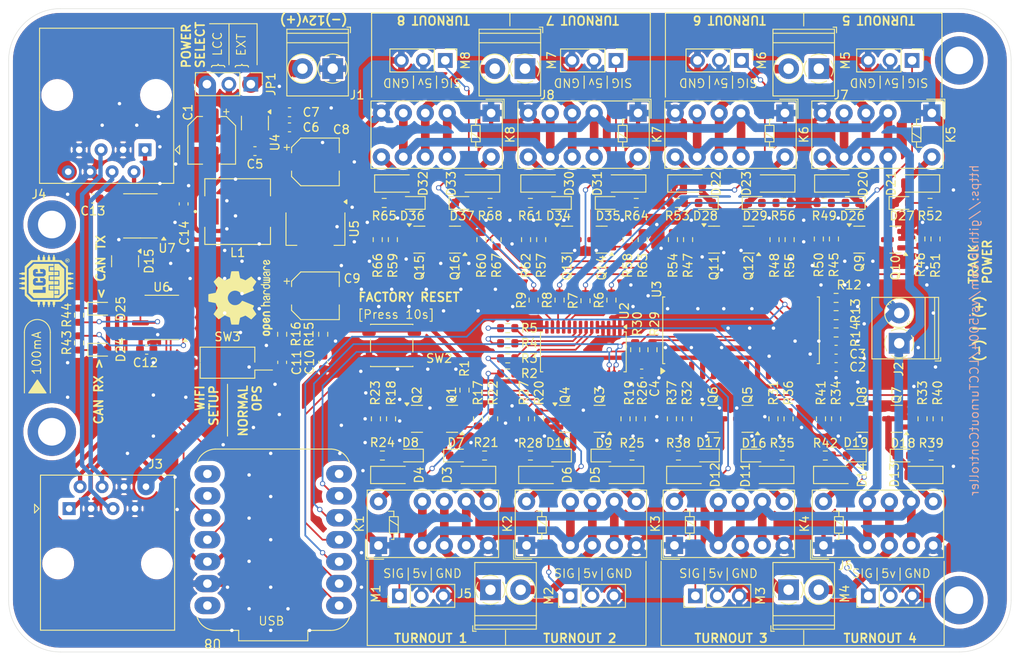
<source format=kicad_pcb>
(kicad_pcb (version 20240108) (generator "pcbnew") (generator_version "8.0")
  (title_block (title "ESP32 OpenLCB Turnout Controller Board") (date "2024-08-18") (rev "1.0"))
  (layers (0 "F.Cu" signal) (31 "B.Cu" signal) (34 "B.Paste" user) (35 "F.Paste" user) (36 "B.SilkS" user "B.Silkscreen") (37 "F.SilkS" user "F.Silkscreen") (38 "B.Mask" user) (39 "F.Mask" user) (44 "Edge.Cuts" user))
  (net 0 "")
  (net 1 "GND")
  (net 2 "VCC")
  (net 3 "/5V-BST")
  (net 4 "+5V")
  (net 5 "USER_BTN")
  (net 6 "+3V3")
  (net 7 "CAN-H")
  (net 8 "CAN-L")
  (net 9 "Net-(D7-A)")
  (net 10 "Net-(D8-A)")
  (net 11 "Net-(D9-A)")
  (net 12 "VDD")
  (net 13 "VDDA")
  (net 14 "ALT-A")
  (net 15 "ALT-B")
  (net 16 "CAN-RX")
  (net 17 "CAN-TX")
  (net 18 "I2C_SDA")
  (net 19 "I2C_SCL")
  (net 20 "FACTORY_RESET")
  (net 21 "Net-(D10-A)")
  (net 22 "Net-(D11-A)")
  (net 23 "Net-(D12-A)")
  (net 24 "Net-(D13-A)")
  (net 25 "Net-(D14-A)")
  (net 26 "Net-(D16-A)")
  (net 27 "Net-(D17-A)")
  (net 28 "Net-(D18-A)")
  (net 29 "Net-(D19-A)")
  (net 30 "Net-(D20-A)")
  (net 31 "Net-(D21-A)")
  (net 32 "Net-(D22-A)")
  (net 33 "Net-(D23-A)")
  (net 34 "Net-(D26-A)")
  (net 35 "Net-(D27-A)")
  (net 36 "Net-(D28-A)")
  (net 37 "Net-(D29-A)")
  (net 38 "Net-(D30-A)")
  (net 39 "Net-(D31-A)")
  (net 40 "Net-(D32-A)")
  (net 41 "Net-(D33-A)")
  (net 42 "Net-(D34-A)")
  (net 43 "Net-(D35-A)")
  (net 44 "Net-(D36-A)")
  (net 45 "Net-(D37-A)")
  (net 46 "TP-")
  (net 47 "TP+")
  (net 48 "FROG2")
  (net 49 "FROG3")
  (net 50 "FROG6")
  (net 51 "FROG7")
  (net 52 "FROG0")
  (net 53 "FROG4")
  (net 54 "FROG1")
  (net 55 "FROG5")
  (net 56 "Net-(Q1-B)")
  (net 57 "Net-(Q2-B)")
  (net 58 "Net-(Q3-B)")
  (net 59 "Net-(Q4-B)")
  (net 60 "Net-(Q5-B)")
  (net 61 "Net-(Q6-B)")
  (net 62 "Net-(Q7-B)")
  (net 63 "Net-(Q8-B)")
  (net 64 "Net-(Q9-B)")
  (net 65 "Net-(Q10-B)")
  (net 66 "Net-(Q11-B)")
  (net 67 "Net-(Q12-B)")
  (net 68 "Net-(Q13-B)")
  (net 69 "Net-(Q14-B)")
  (net 70 "Net-(Q15-B)")
  (net 71 "Net-(Q16-B)")
  (net 72 "GPIO_nRESET")
  (net 73 "GPIO_INTB")
  (net 74 "GPIO_INTA")
  (net 75 "PWM_nENABLE")
  (net 76 "RELAY2")
  (net 77 "nRELAY2")
  (net 78 "nRELAY3")
  (net 79 "RELAY3")
  (net 80 "nRELAY6")
  (net 81 "RELAY6")
  (net 82 "nRELAY7")
  (net 83 "RELAY7")
  (net 84 "nRELAY0")
  (net 85 "RELAY0")
  (net 86 "nRELAY4")
  (net 87 "RELAY4")
  (net 88 "nRELAY1")
  (net 89 "RELAY1")
  (net 90 "nRELAY5")
  (net 91 "RELAY5")
  (net 92 "Net-(U4-SW)")
  (net 93 "Net-(D3-A)")
  (net 94 "Net-(D4-A)")
  (net 95 "Net-(D5-A)")
  (net 96 "Net-(D10-K)")
  (net 97 "Net-(D24-K)")
  (net 98 "Net-(D25-K)")
  (net 99 "Net-(U2-LED0)")
  (net 100 "Net-(U2-LED1)")
  (net 101 "Net-(U2-LED2)")
  (net 102 "Net-(U2-LED3)")
  (net 103 "Net-(U2-LED4)")
  (net 104 "Net-(U2-LED5)")
  (net 105 "Net-(U2-LED6)")
  (net 106 "Net-(U2-LED7)")
  (net 107 "Net-(U6A--)")
  (net 108 "Net-(U6B--)")
  (net 119 "Net-(M1-PWM)")
  (net 120 "Net-(M2-PWM)")
  (net 121 "Net-(M3-PWM)")
  (net 122 "Net-(M4-PWM)")
  (net 123 "Net-(M5-PWM)")
  (net 124 "Net-(M6-PWM)")
  (net 125 "Net-(M7-PWM)")
  (net 126 "Net-(M8-PWM)")
  (footprint "Resistor_SMD:R_0603_1608Metric" (layer "F.Cu") (at 167.7975 100.25 -90)
    (property "Reference" "R48")
    (property "Value" "10k")
  )
  (footprint "Capacitor_SMD:C_0603_1608Metric" (layer "F.Cu") (at 110.825 114.46 90)
    (property "Reference" "C11")
    (property "Value" "100nF")
  )
  (footprint "MountingHole:MountingHole_3.2mm_M3_DIN965_Pad" (layer "F.Cu") (at 189.175 79.5)
    (property "Reference" "H1" (hide yes))
    (property "Value" "MountingHole")
  )
  (footprint "Capacitor_SMD:C_0603_1608Metric" (layer "F.Cu") (at 115.575 114.46 90)
    (property "Reference" "C10")
    (property "Value" "100nF")
  )
  (footprint "Resistor_SMD:R_0603_1608Metric" (layer "F.Cu") (at 153.675 113 -90)
    (property "Reference" "R29")
    (property "Value" "4K7")
  )
  (footprint "LED_SMD:LED_0603_1608Metric" (layer "F.Cu") (at 89.825 113)
    (property "Reference" "D24")
    (property "Value" "CAN TX")
  )
  (footprint "LED_SMD:LED_0603_1608Metric" (layer "F.Cu") (at 176.7975 96 180)
    (property "Reference" "D26")
    (property "Value" "RED")
  )
  (footprint "Button_Switch_SMD:SW_SPST_PTS647_Sx50" (layer "F.Cu") (at 123.5 112.5)
    (property "Reference" "SW2")
    (property "Value" "Factory Reset")
  )
  (footprint "Resistor_SMD:R_0603_1608Metric" (layer "F.Cu") (at 133.4875 121 -90)
    (property "Reference" "R17")
    (property "Value" "10k")
  )
  (footprint "Diode_SMD:D_SOD-123" (layer "F.Cu") (at 174.7975 93.75)
    (property "Reference" "D20")
    (property "Value" "1N4148W")
  )
  (footprint "Resistor_SMD:R_0603_1608Metric" (layer "F.Cu") (at 168.675 125.25)
    (property "Reference" "R35")
    (property "Value" "1k")
  )
  (footprint "Diode_SMD:D_SOD-123" (layer "F.Cu") (at 167.675 127.5 180)
    (property "Reference" "D11")
    (property "Value" "1N4148W")
  )
  (footprint "Resistor_SMD:R_0603_1608Metric" (layer "F.Cu") (at 174.675 100.1725 90)
    (property "Reference" "R45")
    (property "Value" "10k")
  )
  (footprint "Resistor_SMD:R_0603_1608Metric" (layer "F.Cu") (at 142.925 107.25 90)
    (property "Reference" "R8")
    (property "Value" "220R")
  )
  (footprint "Connector_PinHeader_2.54mm:PinHeader_1x03_P2.54mm_Vertical" (layer "F.Cu") (at 129.7 79.5 -90)
    (property "Reference" "M8")
    (property "Value" "Motor_Servo")
  )
  (footprint "Relay_THT:Relay_DPDT_Omron_G6SK-2" (layer "F.Cu") (at 186.005 85.5925 -90)
    (property "Reference" "K5")
    (property "Value" "G6SK-2")
  )
  (footprint "Package_TO_SOT_SMD:SOT-23" (layer "F.Cu") (at 164.7975 100.25 180)
    (property "Reference" "Q12")
    (property "Value" "MMBT2222A")
  )
  (footprint "Package_TO_SOT_SMD:SOT-223-3_TabPin2" (layer "F.Cu") (at 114.675 99 -90)
    (property "Reference" "U5")
    (property "Value" "AP2114-3.3")
  )
  (footprint "Resistor_SMD:R_0603_1608Metric" (layer "F.Cu") (at 155.925 121 -90)
    (property "Reference" "R37")
    (property "Value" "1k")
  )
  (footprint "Capacitor_SMD:C_0603_1608Metric" (layer "F.Cu") (at 88.925 95.5 180)
    (property "Reference" "C13")
    (property "Value" "100nF")
  )
  (footprint "Package_SO:SOIC-8_3.9x4.9mm_P1.27mm" (layer "F.Cu") (at 94.425 97.5 180)
    (property "Reference" "U7")
    (property "Value" "TJA1051T-3")
  )
  (footprint "Resistor_SMD:R_0603_1608Metric" (layer "F.Cu") (at 123.635 100.25 90)
    (property "Reference" "R59")
    (property "Value" "10k")
  )
  (footprint "Resistor_SMD:R_0603_1608Metric" (layer "F.Cu") (at 173.175 121 -90)
    (property "Reference" "R41")
    (property "Value" "1k")
  )
  (footprint "Package_SO:SOIC-28W_7.5x17.9mm_P1.27mm" (layer "F.Cu") (at 163.925 110.75 90)
    (property "Reference" "U3")
    (property "Value" "MCP23017_SO")
  )
  (footprint "Components:lcc-logo-registered-medium" (layer "F.Cu") (at 83.5 105 90)
    (property "Reference" "G***" (hide yes))
    (property "Value" "LOGO" (hide yes))
  )
  (footprint "Resistor_SMD:R_0603_1608Metric" (layer "F.Cu") (at 157.675 121 90)
    (property "Reference" "R32")
    (property "Value" "10k")
  )
  (footprint "LED_SMD:LED_0603_1608Metric" (layer "F.Cu") (at 142.805 125.25 180)
    (property "Reference" "D10")
    (property "Value" "GREEN")
  )
  (footprint "Resistor_SMD:R_0603_1608Metric" (layer "F.Cu") (at 185.925 125.25)
    (property "Reference" "R39")
    (property "Value" "1k")
  )
  (footprint "Package_TO_SOT_SMD:SOT-23" (layer "F.Cu") (at 160.675 121)
    (property "Reference" "Q6")
    (property "Value" "MMBT2222A")
  )
  (footprint "Resistor_SMD:R_0603_1608Metric" (layer "F.Cu") (at 139.0475 100.25 90)
    (property "Reference" "R62")
    (property "Value" "1k")
  )
  (footprint "Diode_SMD:D_SOD-123" (layer "F.Cu") (at 123.885 93.75)
    (property "Reference" "D32")
    (property "Value" "1N4148W")
  )
  (footprint "Diode_SMD:D_SOD-123" (layer "F.Cu") (at 133.175 127.5 180)
    (property "Reference" "D3")
    (property "Value" "1N4148W")
  )
  (footprint "Relay_THT:Relay_DPDT_Omron_G6SK-2" (layer "F.Cu") (at 135.005 85.5925 -90)
    (property "Reference" "K8")
    (property "Value" "G6SK-2")
  )
  (footprint "Capacitor_SMD:C_0603_1608Metric" (layer "F.Cu") (at 95.15 113 180)
    (property "Reference" "C12")
    (property "Value" "100nF")
  )
  (footprint "Relay_THT:Relay_DPDT_Omron_G6SK-2" (layer "F.Cu") (at 139.0975 135.6575 90)
    (property "Reference" "K2")
    (property "Value" "G6SK-2")
  )
  (footprint "TerminalBlock_Phoenix:TerminalBlock_Phoenix_PT-1,5-2-3.5-H_1x02_P3.50mm_Horizontal" (layer "F.Cu") (at 172.925 80.45 180)
    (property "Reference" "J7")
    (property "Value" "FROG4-5")
  )
  (footprint "CustomFootprints:MCU_Seeed_ESP32C3_TH" (layer "F.Cu") (at 109.795 135 180)
    (property "Reference" "U8")
    (property "Value" "MOUDLE-SEEEDUINO-XIAO-ESP32S3")
  )
  (footprint "Resistor_SMD:R_0603_1608Metric" (layer "F.Cu") (at 134.25 125.25)
    (property "Reference" "R21")
    (property "Value" "1k")
  )
  (footprint "Capacitor_SMD:C_0603_1608Metric" (layer "F.Cu") (at 174.925 113)
    (property "Reference" "C3")
    (property "Value" "100nF")
  )
  (footprint "Package_TO_SOT_SMD:SOT-23" (layer "F.Cu") (at 181.7975 100.25 180)
    (property "Reference" "Q10")
    (property "Value" "MMBT2222A")
  )
  (footprint "Package_TO_SOT_SMD:SOT-23" (layer "F.Cu") (at 177.925 121)
    (property "Reference" "Q8")
    (property "Value" "MMBT2222A")
  )
  (footprint "LED_SMD:LED_0603_1608Metric" (layer "F.Cu") (at 182.675 125.25)
    (property "Reference" "D18")
    (property "Value" "RED")
  )
  (footprint "Resistor_SMD:R_0603_1608Metric" (layer "F.Cu") (at 140.555 121 90)
    (property "Reference" "R20")
    (property "Value" "10k")
  )
  (footprint "Relay_THT:Relay_DPDT_Omron_G6SK-2" (layer "F.Cu") (at 152.005 85.5925 -90)
    (property "Reference" "K7")
    (property "Value" "G6SK-2")
  )
  (footprint "Resistor_SMD:R_0603_1608Metric" (layer "F.Cu") (at 122.425 125.25)
    (property "Reference" "R24")
    (property "Value" "1k")
  )
  (footprint "Resistor_SMD:R_0603_1608Metric" (layer "F.Cu") (at 152.305 121 -90)
    (property "Reference" "R26")
    (property "Value" "1k")
  )
  (footprint "Package_TO_SOT_SMD:SOT-23" (layer "F.Cu") (at 130.4875 121 180)
    (property "Reference" "Q1")
    (property "Value" "MMBT2222A")
  )
  (footprint "LED_SMD:LED_0603_1608Metric" (layer "F.Cu") (at 89.825 108.25)
    (property "Reference" "D25")
    (property "Value" "CAN RX")
  )
  (footprint "Package_TO_SOT_SMD:SOT-23" (layer "F.Cu") (at 92.65 102.75 -90)
    (property "Reference" "D15")
    (property "Value" "NUP2105L")
  )
  (footprint "Package_TO_SOT_SMD:SOT-23" (layer "F.Cu") (at 130.8225 100.25 180)
    (property "Reference" "Q16")
    (property "Value" "MMBT2222A")
  )
  (footprint "Resistor_SMD:R_0603_1608Metric" (layer "F.Cu") (at 133.885 100.25 -90)
    (property "Reference" "R60")
    (property "Value" "10k")
  )
  (footprint "CustomLibrary:RJ45_TE_CONNECTIVITY_5555164-1_Horizontal-Low_Profile" (layer "F.Cu") (at 86.175 131.4)
    (property "Reference" "J3")
    (property "Value" "RJ45")
  )
  (footprint "CustomLibrary:IND_B1047AS-4R7N=P3" (layer "F.Cu") (at 105.675 97)
    (property "Reference" "L1")
    (property "Value" "4.7uH")
  )
  (footprint "Diode_SMD:D_SOD-123" (layer "F.Cu") (at 184.925 127.5 180)
    (property "Reference" "D13")
    (property "Value" "1N4148W")
  )
  (footprint "Resistor_SMD:R_0603_1608Metric" (layer "F.Cu") (at 139.5475 96 180)
    (property "Reference" "R61")
    (property "Value" "1k")
  )
  (footprint "Diode_SMD:D_SOD-123" (layer "F.Cu") (at 150.305 127.5 180)
    (property "Reference" "D5")
    (property "Value" "1N4148W")
  )
  (footprint "Capacitor_SMD:CP_Elec_5x5.3" (layer "F.Cu") (at 114.675 106.75)
    (property "Reference" "C9")
    (property "Value" "10uF")
  )
  (footprint "MountingHole:MountingHole_3.2mm_M3_DIN965_Pad" (layer "F.Cu") (at 189.174996 142)
    (property "Reference" "H2" (hide yes))
    (property "Value" "MountingHole")
  )
  (footprint "Capacitor_SMD:C_0603_1608Metric" (layer "F.Cu") (at 111.675 87.25 180)
    (property "Reference" "C6")
    (property "Value" "22uF")
  )
  (footprint "Symbol:OSHW-Logo2_9.8x8mm_SilkScreen" (layer "F.Cu") (at 106 107 90)
    (property "Reference" "REF**" (hide yes))
    (property "Value" "OSHW-Logo2_9.8x8mm_SilkScreen" (hide yes))
  )
  (footprint "Package_TO_SOT_SMD:SOT-23" (layer "F.Cu") (at 147.555 121 180)
    (property "Reference" "Q3")
    (property "Value" "MMBT2222A")
  )
  (footprint "Resistor_SMD:R_0603_1608Metric" (layer "F.Cu") (at 168.7975 96 180)
    (property "Reference" "R56")
    (property "Value" "1k")
  )
  (footprint "Resistor_SMD:R_0603_1608Metric" (layer "F.Cu") (at 156.5475 96 180)
    (property "Reference" "R53")
    (property "Value" "1k")
  )
  (footprint "Diode_SMD:D_SOD-123" (layer "F.Cu") (at 123.425 127.5)
    (property "Reference" "D4")
    (property "Value" "1N4148W")
  )
  (footprint "Resistor_SMD:R_0603_1608Metric" (layer "F.Cu") (at 174.925 107)
    (property "Reference" "R12")
    (property "Value" "10k")
  )
  (footprint "Connector_PinHeader_2.54mm:PinHeader_1x03_P2.54mm_Vertical" (layer "F.Cu") (at 158.635 141.5 90)
    (property "Reference" "M3")
    (property "Value" "Motor_Servo")
  )
  (footprint "Fiducial:Fiducial_0.5mm_Mask1mm" (layer "F.Cu") (at 189 84.5 90)
    (property "Reference" "FID2" (hide yes))
    (property "Value" "Fiducial")
  )
  (footprint "TerminalBlock_Phoenix:TerminalBlock_Phoenix_PT-1,5-2-3.5-H_1x02_P3.50mm_Horizontal" (layer "F.Cu") (at 169.425 140.8)
    (property "Reference" "J6")
    (property "Value" "FROG2-3")
  )
  (footprint "LED_SMD:LED_0603_1608Metric" (layer "F.Cu") (at 142.7975 96 180)
    (property "Reference" "D34")
    (property "Value" "RED")
  )
  (footprint "Resistor_SMD:R_0603_1608Metric" (layer "F.Cu") (at 148.925 107.25 90)
    (property "Reference" "R6")
    (property "Value" "220R")
  )
  (footprint "LED_SMD:LED_0603_1608Metric" (layer "F.Cu") (at 131.635 96)
    (property "Reference" "D37")
    (property "Value" "GREEN")
  )
  (footprint "LED_SMD:LED_0603_1608Metric" (layer "F.Cu") (at 159.7975 96 180)
    (property "Reference" "D28")
    (property "Value" "RED")
  )
  (footprint "Resistor_SMD:R_0603_1608Metric" (layer "F.Cu") (at 123.425 121 90)
    (property "Reference" "R18")
    (property "Value" "10k")
  )
  (footprint "Connector_PinHeader_2.54mm:PinHeader_1x03_P2.54mm_Vertical" (layer "F.Cu") (at 178.65 141.5 90)
    (property "Reference" "M4")
    (property "Value" "Motor_Servo")
  )
  (footprint "LED_SMD:LED_0603_1608Metric" (layer "F.Cu") (at 125.675 125.25 180)
    (property "Reference" "D8")
    (property "Value" "GREEN")
  )
  (footprint "Connector_PinHeader_2.54mm:PinHeader_1x03_P2.54mm_Vertical" (layer "F.Cu") (at 163.965 79.5 -90)
    (property "Reference" "M6")
    (property "Value" "Motor_Servo")
  )
  (footprint "Resistor_SMD:R_0603_1608Metric" (layer "F.Cu") (at 185.7975 96 180)
    (property "Reference" "R52")
    (property "Value" "1k")
  )
  (footprint "Relay_THT:Relay_DPDT_Omron_G6SK-2" (layer "F.Cu") (at 169.005 85.5925 -90)
    (property "Reference" "K6")
    (property "Value" "G6SK-2")
  )
  (footprint "Relay_THT:Relay_DPDT_Omron_G6SK-2" (layer "F.Cu") (at 156.2175 135.6575 90)
    (property "Reference" "K3")
    (property "Value" "G6SK-2")
  )
  (footprint "Diode_SMD:D_SOD-123" (layer "F.Cu") (at 157.7975 93.75)
    (property "Reference" "D22")
    (property "Value" "1N4148W")
  )
  (footprint "TerminalBlock_Phoenix:TerminalBlock_Phoenix_PT-1,5-2-3.5-H_1x02_P3.50mm_Horizontal" (layer "F.Cu") (at 138.925 80.45 180)
    (property "Reference" "J8")
    (property "Value" "FROG6-7")
  )
  (footprint "LED_SMD:LED_0603_1608Metric" (layer "F.Cu") (at 131 125.25)
    (property "Reference" "D7")
    (property "Value" "RED")
  )
  (footprint "Diode_SMD:D_SOD-123" (layer "F.Cu") (at 140.7975 93.75)
    (property "Reference" "D30")
    (property "Value" "1N4148W")
  )
  (footprint "LED_SMD:LED_0603_1608Metric" (layer "F.Cu") (at 182.5475 96)
    (property "Reference" "D27")
    (property "Value" "GREEN")
  )
  (footprint "LED_SMD:LED_0603_1608Metric" (layer "F.Cu") (at 165.425 125.25)
    (property "Reference" "D16")
    (property "Value" "RED")
  )
  (footprint "Resistor_SMD:R_0603_1608Metric" (layer "F.Cu") (at 139.925 107.25 90)
    (property "Reference" "R9")
    (property "Value" "220R")
  )
  (footprint "Connector_PinHeader_2.54mm:PinHeader_1x03_P2.54mm_Vertical" (layer "F.Cu") (at 183.715 79.5 -90)
    (property "Reference" "M5")
    (property "Value" "Motor_Servo")
  )
  (footprint "Package_TO_SOT_SMD:SOT-23" (layer "F.Cu") (at 164.675 121 180)
    (property "Reference" "Q5")
    (property "Value" "MMBT2222A")
  )
  (footprint "Resistor_SMD:R_0603_1608Metric" (layer "F.Cu") (at 173.675 125.25)
    (property "Reference" "R42")
    (property "Value" "1k")
  )
  (footprint "Connector_PinHeader_2.54mm:PinHeader_1x03_P2.54mm_Vertical" (layer "F.Cu") (at 144.135 141.5 90)
    (property "Reference" "M2")
    (property "Value" "Motor_Servo")
  )
  (footprint "LED_SMD:LED_0603_1608Metric" (layer "F.Cu") (at 125.885 96 180)
    (property "Reference" "D36")
    (property "Value" "RED")
  )
  (footprint "Capacitor_SMD:C_0603_1608Metric" (layer "F.Cu") (at 99.425 96.115 90)
    (property "Reference" "C14")
    (property "Value" "100nF")
  )
  (footprint "Connector_PinHeader_2.54mm:PinHeader_1x03_P2.54mm_Vertical" (layer "F.Cu") (at 124.385 141.5 90)
    (property "Reference" "M1")
    (property "Value" "Motor_Servo")
  )
  (footprint "Resistor_SMD:R_0603_1608Metric" (layer "F.Cu") (at 174.925 111)
    (property "Reference" "R14")
    (property "Value" "10k")
  )
  (footprint "LED_SMD:LED_0603_1608Metric" (layer "F.Cu") (at 165.5475 96)
    (property "Reference" "D29")
    (property "Value" "GREEN")
  )
  (footprint "Resistor_SMD:R_0603_1608Metric" (layer "F.Cu") (at 136.925 110.5 180)
    (property "Reference" "R5")
    (property "Value" "220R")
  )
  (footprint "TerminalBlock_Phoenix:TerminalBlock_Phoenix_PT-1,5-2-3.5-H_1x02_P3.50mm_Horizontal" (layer "F.Cu") (at 182.225 112.25 90)
    (property "Reference" "J2")
    (property "Value" "TRACK POWER")
  )
  (footprint "Resistor_SMD:R_0603_1608Metric" (layer "F.Cu") (at 167.675 121 -90)
    (property "Reference" "R31")
    (property "Value" "10k")
  )
  (footprint "Resistor_SMD:R_0603_1608Metric" (layer "F.Cu") (at 157.7975 100.25 90)
    (property "Reference" "R47")
    (property "Value" "10k")
  )
  (footprint "MountingHole:MountingHole_3.2mm_M3_DIN965_Pad" (layer "F.Cu") (at 84.175 98.5 90)
    (property "Reference" "H4" (hide yes))
    (property "Value" "MountingHole")
  )
  (footprint "Resistor_SMD:R_0603_1608Metric" (layer "F.Cu") (at 184.925 121 -90)
    (property "Reference" "R33")
    (property "Value" "10k")
  )
  (footprint "Resistor_SMD:R_0603_1608Metric" (layer "F.Cu") (at 156.0475 100.25 90)
    (property "Reference" "R54")
    (property "Value" "1k")
  )
  (footprint "Fiducial:Fiducial_0.5mm_Mask1mm" (layer "F.Cu") (at 189 137 90)
    (property "Reference" "FID3" (hide yes))
    (property "Value" "Fiducial")
  )
  (footprint "Package_SO:TSSOP-28_4.4x9.7mm_P0.65mm" (layer "F.Cu") (at 145.675 113.25 -90)
    (property "Reference" "U2")
    (property "Value" "PCA9685PW")
  )
  (footprint "Package_TO_SOT_SMD:SOT-23" (layer "F.Cu") (at 147.7975 100.25 180)
    (property "Reference" "Q14")
    (property "Value" "MMBT2222A")
  )
  (footprint "Resistor_SMD:R_0603_1608Metric" (layer "F.Cu") (at 131.925 117.675 -90)
    (property "Reference" "R1")
    (property "Value" "10k")
  )
  (footprint "Resistor_SMD:R_0603_1608Metric" (layer "F.Cu") (at 173.5475 96 180)
    (property "Reference" "R49")
    (property "Value" "1k")
  )
  (footprint "Resistor_SMD:R_0603_1608Metric" (layer "F.Cu") (at 121.885 100.25 90)
    (property "Reference" "R66")
    (property "Value" "1k")
  )
  (footprint "Resistor_SMD:R_0603_1608Metric" (layer "F.Cu") (at 134.885 96 180)
    (property "Reference" "R68")
    (property "Value" "1k")
  )
  (footprint "Resistor_SMD:R_0603_1608Metric" (layer "F.Cu") (at 150.555 121 -90)
    (property "Reference" "R19")
    (property "Value" "10k")
  )
  (footprint "Capacitor_SMD:C_0603_1608Metric" (layer "F.Cu") (at 152.425 115.75 180)
    (property "Reference" "C4")
    (property "Value" "10uF")
  )
  (footprint "Package_TO_SOT_SMD:SOT-23" (layer "F.Cu") (at 177.61 100.25)
    (property "Reference" "Q9")
    (property "Value" "MMBT2222A")
  )
  (footprint "Diode_SMD:D_SOD-123" (layer "F.Cu") (at 174.675 127.5)
    (property "Reference" "D14")
    (property "Value" "1N4148W")
  )
  (footprint "Resistor_SMD:R_0603_1608Metric" (layer "F.Cu") (at 110.825 111.21 -90)
    (property "Reference" "R16")
    (property "Value" "10k")
  )
  (footprint "Resistor_SMD:R_0603_1608Metric" (layer "F.Cu") (at 135.2375 121 -90)
    (property "Reference" "R22")
    (property "Value" "1k")
  )
  (footprint "Capacitor_SMD:C_0603_1608Metric" (layer "F.Cu") (at 111.675 85.5)
    (property "Reference" "C7")
    (property "Value" "22uF")
  )
  (footprint "Resistor_SMD:R_0603_1608Metric" (layer "F.Cu") (at 138.805 121 -90)
    (property "Reference" "R27")
    (property "Value" "1k")
  )
  (footprint "Capacitor_SMD:C_0603_1608Metric" (layer "F.Cu") (at 174.925 115 180)
    (property "Reference" "C2")
    (property "Value" "10uF")
  )
  (footprint "Package_TO_SOT_SMD:SOT-23" (layer "F.Cu") (at 160.7975 100.25)
    (property "Reference" "Q11")
    (property "Value" "MMBT2222A")
  )
  (footprint "Capacitor_SMD:CP_Elec_5x5.3" (layer "F.Cu") (at 102.675 88.75 -90)
    (property "Reference" "C1")
    (property "Value" "10uF")
  )
  (footprint "Diode_SMD:D_SOD-123" (layer "F.Cu") (at 140.555 127.5)
    (property "Reference" "D6")
    (property "Value" "1N4148W")
  )
  (footprint "Resistor_SMD:R_0603_1608Metric" (layer "F.Cu") (at 184.675 100.1725 -90)
    (property "Reference" "R46")
    (property "Value" "10k")
  )
  (footprint "LED_SMD:LED_0603_1608Metric" (layer "F.Cu") (at 148.5475 96)
    (property "Reference" "D35")
    (property "Value" "GREEN")
  )
  (footprint "Resistor_SMD:R_0603_1608Metric" (layer "F.Cu") (at 87.325 109 90)
    (property "Reference" "R44")
    (property "Value" "220R")
  )
  (footprint "Capacitor_SMD:CP_Elec_5x5.3" (layer "F.Cu") (at 114.675 91.25)
    (property "Reference" "C8")
    (property "Value" "10uF")
  )
  (footprint "Resistor_SMD:R_0603_1608Metric" (layer "F.Cu") (at 186.675 121 -90)
    (property "Reference" "R40")
    (property "Value" "1k")
  )
  (footprint "LED_SMD:LED_0603_1608Metric" (layer "F.Cu") (at 159.925 125.25 180)
    (property "Reference" "D17")
    (property "Value" "GREEN")
  )
  (footprint "Resistor_SMD:R_0603_1608Metric" (layer "F.Cu") (at 150.7975 100.25 -90)
    (property "Reference" "R58")
    (property "Value" "10k")
  )
  (footprint "Resistor_SMD:R_0603_1608Metric" (layer "F.Cu") (at 152.5475 100.25 90)
    (property "Reference" "R63")
    (property "Value" "1k")
  )
  (footprint "Package_TO_SOT_SMD:SOT-23" (layer "F.Cu") (at 181.925 121 180)
    (property "Reference" "Q7")
    (property "Value" "MMBT2222A")
  )
  (footprint "TerminalBlock_Phoenix:TerminalBlock_Phoenix_PT-1,5-2-3.5-H_1x02_P3.50mm_Horizontal" (layer "F.Cu") (at 134.925 140.8)
    (property "Reference" "J5")
    (property "Value" "FROG0-1")
  )
  (footprint "Relay_THT:Relay_DPDT_Omron_G6SK-2" (layer "F.Cu") (at 173.4675 135.6575 90)
    (property "Reference" "K4")
    (property "Value" "G6SK-2")
  )
  (footprint "Diode_SMD:D_SOD-123" (layer "F.Cu") (at 150.5475 93.75 180)
    (property "Reference" "D31")
    (property "Value" "1N4148W")
  )
  (footprint "Package_SO:SOIC-8_3.9x4.9mm_P1.27mm" (layer "F.Cu") (at 96.9 109.25 180)
    (property "Reference" "U6")
    (property "Value" "LM358")
  )
  (footprint "Resistor_SMD:R_0603_1608Metric" (layer "F.Cu") (at 151.7975 96 180)
    (property "Reference" "R64")
    (property "Value" "1k")
  )
  (footprint "TerminalBlock_Phoenix:TerminalBlock_Phoenix_PT-1,5-2-3.5-H_1x02_P3.50mm_Horizontal" (layer "F.Cu") (at 116.675 80.45 180)
    (property "Reference" "J1")
    (property "Value" "EXT POWER")
  )
  (footprint "Resistor_SMD:R_0603_1608Metric" (layer "F.Cu") (at 87.325 112.2125 -90)
    (property "Reference" "R43")
    (property "Value" "220R")
  )
  (footprint "Relay_THT:Relay_DPDT_Omron_G6SK-2" (layer "F.Cu") (at 121.9675 135.6575 90)
    (property "Reference" "K1")
    (property "Value" "G6SK-2")
  )
  (footprint "Resistor_SMD:R_0603_1608Metric" (layer "F.Cu") (at 151.305 125.25)
    (property "Reference" "R25")
    (property "Value" "1k")
  )
  (footprint "Resistor_SMD:R_0603_1608Metric" (layer "F.Cu") (at 174.925 121 90)
    (property "Reference" "R34")
    (property "Value" "10k")
  )
  (footprint "Resistor_SMD:R_0603_1608Metric" (layer "F.Cu") (at 136.925 112.25 180)
    (property "Reference" "R4")
    (property "Value" "220R")
  )
  (footprint "Resistor_SMD:R_0603_1608Metric" (layer "F.Cu") (at 136.925 114 180)
    (property "Reference" "R3")
    (property "Value" "220R")
  )
  (footprint "Resistor_SMD:R_0603_1608Metric" (layer "F.Cu") (at 115.575 111.21 -90)
    (property "Reference" "R15")
    (property "Value" "10k")
  )
  (footprint "Diode_SMD:D_SOD-123" (layer "F.Cu") (at 167.7975 93.75 180)
    (property "Reference" "D23")
    (property "Value" "1N4148W")
  )
  (footprint "LED_SMD:LED_0603_1608Metric" (layer "F.Cu") (at 148.055 125.25)
    (property "Reference" "D9")
    (property "Value" "RED")
  )
  (footprint "Resistor_SMD:R_0603_1608Metric" (layer "F.Cu") (at 169.5475 100.25 90)
    (property "Reference" "R55")
    (property "Value" "1k")
  )
  (footprint "LED_SMD:LED_0603_1608Metric" (layer "F.Cu") (at 176.925 125.25 180)
    (property "Reference" "D19")
    (property "Value" "GREEN")
  )
  (footprint "Package_TO_SOT_SMD:SOT-23" (layer "F.Cu") (at 126.425 121)
    (property "Reference" "Q2")
    (property "Value" "MMBT2222A")
  )
  (footprint "CustomLibrary:RJ45_TE_CONNECTIVITY_5555164-1_Horizontal-Low_Profile" (layer "F.Cu") (at 94.9575 89.85 180)
    (property "Reference" "J4")
    (property "Value" "RJ45")
  )
  (footprint "Resistor_SMD:R_0603_1608Metric" (layer "F.Cu") (at 151.675 113 -90)
    (property "Reference" "R30")
    (property "Value" "4K7")
  )
  (footprint "Package_TO_SOT_SMD:SOT-23" (layer "F.Cu") (at 143.7975 100.25)
    (property "Reference" "Q13")
    (property "Value" "MMBT2222A")
  )
  (footprint "Resistor_SMD:R_0603_1608Metric" (layer "F.Cu") (at 186.425 100.1725 90)
    (property "Reference" "R51")
    (property "Value" "1k")
  )
  (footprint "Diode_SMD:D_SOD-123" (layer "F.Cu") (at 133.635 93.75 180)
    (property "Reference" "D33")
    (property "Value" "1N4148W")
  )
  (footprint "Diode_SMD:D_SOD-123" (layer "F.Cu") (at 184.5475 93.75 180)
    (property "Reference" "D21")
    (property "Value" "1N4148W")
  )
  (footprint "Diode_SMD:D_SOD-123" (layer "F.Cu") (at 157.675 127.5)
    (property "Reference" "D12")
    (property "Value" "1N4148W")
  )
  (footprint "Resistor_SMD:R_0603_1608Metric" (layer "F.Cu") (at 169.425 121 -90)
    (property "Reference" "R36")
    (property "Value" "1k")
  )
  (footprint "Connector_PinHeader_2.54mm:PinHeader_1x03_P2.54mm_Vertical" (layer "F.Cu") (at 149.45 79.5 -90)
    (property "Reference" "M7")
    (property "Value" "Motor_Servo")
  )
  (footprint "Capacitor_SMD:C_0603_1608Metric" (layer "F.Cu") (at 107.675 90)
    (property "Reference" "C5")
    (property "Value" "100nF")
  )
  (footprint "Resistor_SMD:R_0603_1608Metric" (layer "F.Cu") (at 135.635 100.25 90)
    (property "Reference" "R67")
    (property "Value" "1k")
  )
  (footprint "Package_TO_SOT_SMD:SOT-23" (layer "F.Cu") (at 143.555 121)
    (property "Reference" "Q4")
    (property "Value" "MMBT2222A")
  )
  (footprint "Package_TO_SOT_SMD:SOT-23" (layer "F.Cu") (at 126.6975 100.25)
    (property "Reference" "Q15")
    (property "Value" "MMBT2222A")
  )
  (footprint "Resistor_SMD:R_0603_1608Metric" (layer "F.Cu") (at 172.925 100.1725 90)
    (property "Reference" "R50")
    (property "Value" "1k")
  )
  (footprint "Resistor_SMD:R_0603_1608Metric" (layer "F.Cu") (at 122.635 96 180)
    (property "Reference" "R65")
    (property "Value" "1k")
  )
  (footprint "Resistor_SMD:R_0603_1608Metric" (layer "F.Cu") (at 139.555 125.25)
    (property "Reference" "R28")
    (property "Value" "1k")
  )
  (footprint "Resistor_SMD:R_0603_1608Metric" (layer "F.Cu") (at 136.925 115.75 180)
    (property "Reference" "R2")
    (property "Value" "220R")
  )
  (footprint "Resistor_SMD:R_0603_1608Metric" (layer "F.Cu") (at 140.7975 100.25 90)
    (property "Reference" "R57")
    (property "Value" "10k")
  )
  (footprint "Button_Switch_SMD:SW_DIP_SPSTx01_Slide_Omron_A6S-110x_W8.9mm_P2.54mm" (layer "F.Cu") (at 104.5 114.5 180)
    (property "Reference" "SW3")
    (property "Value" "User")
  )
  (footprint "Resistor_SMD:R_0603_1608Metric" (layer "F.Cu") (at 174.925 109)
    (property "Reference" "R13")
    (property "Value" "10k")
  )
  (footprint "MountingHole:MountingHole_3.2mm_M3_DIN965_Pad" (layer "F.Cu") (at 84.175 122.5 90)
    (property "Reference" "H3" (hide yes))
    (property "Value" "MountingHole")
  )
  (footprint "Resistor_SMD:R_0603_1608Metric" (layer "F.Cu") (at 145.925 107.325 90)
    (property "Reference" "R7")
    (property "Value" "220R")
  )
  (footprint "Connector_PinHeader_2.54mm:PinHeader_1x03_P2.54mm_Vertical" (layer "F.Cu") (at 107.2 82.25 -90)
    (property "Reference" "JP1")
    (property "Value" "VCC SOURCE")
  )
  (footprint "Fiducial:Fiducial_0.5mm_Mask1mm" (layer "F.Cu") (at 118 118.5 90)
    (property "Reference" "FID1" (hide yes))
    (property "Value" "Fiducial")
  )
  (footprint "Resistor_SMD:R_0603_1608Metric" (layer "F.Cu") (at 121.675 121 -90)
    (property "Reference" "R23")
    (property "Value" "1k")
  )
  (footprint "Resistor_SMD:R_0603_1608Metric" (layer "F.Cu") (at 156.675 125.25)
    (property "Reference" "R38")
    (property "Value" "1k")
  )
  (footprint "Package_TO_SOT_SMD:TSOT-23-6" (layer "F.Cu") (at 107.675 86.75 -90)
    (property "Reference" "U4")
    (property "Value" "AP63205WU")
  )
  (gr_line (start 104.675 75.25) (end 104.675 80) (stroke (width 0.12)) (layer "F.SilkS"))
  (gr_line (start 102.425 75.25) (end 107.925 75.25) (stroke (width 0.12)) (layer "F.SilkS"))
  (gr_line (start 136.675 145.5) (end 136.675 147.25) (stroke (width 0.12)) (layer "F.SilkS"))
  (gr_line (start 120.675 137.5) (end 120.675 147.25) (stroke (width 0.12)) (layer "F.SilkS"))
  (gr_arc (start 81 111) (mid 82.5 109.5) (end 84 111) (stroke (width 0.12)) (layer "F.SilkS"))
  (gr_line (start 171.175 75.5) (end 171.175 74) (stroke (width 0.12)) (layer "F.SilkS"))
  (gr_line (start 187.425 147.25) (end 154.675 147.25) (stroke (width 0.12)) (layer "F.SilkS"))
  (gr_line (start 84 118) (end 84 111) (stroke (width 0.12)) (layer "F.SilkS"))
  (gr_line (start 171.175 145.5) (end 171.175 147.25) (stroke (width 0.12)) (layer "F.SilkS"))
  (gr_line (start 121.175 83.75) (end 121.175 74) (stroke (width 0.12)) (layer "F.SilkS"))
  (gr_line (start 187.175 74) (end 155.175 74) (stroke (width 0.12)) (layer "F.SilkS"))
  (gr_line (start 152.925 137.5) (end 152.925 147.25) (stroke (width 0.12)) (layer "F.SilkS"))
  (gr_line (start 107.925 75.25) (end 107.925 80) (stroke (width 0.12)) (layer "F.SilkS"))
  (gr_line (start 121.175 74) (end 153.425 74) (stroke (width 0.12)) (layer "F.SilkS"))
  (gr_line (start 187.425 137.5) (end 187.425 147.25) (stroke (width 0.12)) (layer "F.SilkS"))
  (gr_line (start 137.175 75.5) (end 137.175 74) (stroke (width 0.12)) (layer "F.SilkS"))
  (gr_line (start 81 118) (end 81 111) (stroke (width 0.12)) (layer "F.SilkS"))
  (gr_line (start 152.925 147.25) (end 120.675 147.25) (stroke (width 0.12)) (layer "F.SilkS"))
  (gr_line (start 154.675 137.5) (end 154.675 147.25) (stroke (width 0.12)) (layer "F.SilkS"))
  (gr_line (start 187.175 83.75) (end 187.175 74) (stroke (width 0.12)) (layer "F.SilkS"))
  (gr_poly (pts (xy 81.5 118) (xy 83.5 118) (xy 82.5 116.5)) (stroke (width 0.12)) (fill solid) (layer "F.SilkS"))
  (gr_line (start 155.175 83.75) (end 155.175 74) (stroke (width 0.12)) (layer "F.SilkS"))
  (gr_line (start 153.425 74) (end 153.425 83.75) (stroke (width 0.12)) (layer "F.SilkS"))
  (gr_line (start 104.5 117) (end 104.5 123) (stroke (width 0.12)) (layer "F.SilkS"))
  (gr_line (start 79.175 142) (end 79.175 79.5) (stroke (width 0.05)) (layer "Edge.Cuts"))
  (gr_line (start 85.175 148) (end 189.175 148) (stroke (width 0.05)) (layer "Edge.Cuts"))
  (gr_arc (start 189.175 73.5) (mid 193.417641 75.257359) (end 195.175 79.5) (stroke (width 0.05)) (layer "Edge.Cuts"))
  (gr_line (start 189.175 73.5) (end 85.175 73.5) (stroke (width 0.05)) (layer "Edge.Cuts"))
  (gr_arc (start 85.175 148) (mid 80.932359 146.242641) (end 79.175 142) (stroke (width 0.05)) (layer "Edge.Cuts"))
  (gr_arc (start 195.175 142) (mid 193.417641 146.242641) (end 189.175 148) (stroke (width 0.05)) (layer "Edge.Cuts"))
  (gr_arc (start 79.175 79.5) (mid 80.932359 75.257359) (end 85.175 73.5) (stroke (width 0.05)) (layer "Edge.Cuts"))
  (gr_line (start 195.175 79.5) (end 195.175 142) (stroke (width 0.05)) (layer "Edge.Cuts"))
  (gr_text "https://github.com/vsi5004/LCCTurnoutController" (at 191.5 91.5 90) (layer "B.SilkS") (effects (font (size 1 1) (thickness 0.125)) (justify left bottom mirror)))
  (gr_text "SIG|5v|GND" (at 156.675 139.5 0) (layer "F.SilkS") (effects (font (size 1 1) (thickness 0.125)) (justify left bottom)))
  (gr_text "SIG|5v|GND" (at 176.675 139.5 0) (layer "F.SilkS") (effects (font (size 1 1) (thickness 0.125)) (justify left bottom)))
  (gr_text "TURNOUT 8" (at 132.675 74.25 180) (layer "F.SilkS") (effects (font (size 1 1) (thickness 0.2) (bold yes)) (justify left bottom)))
  (gr_text "POWER\nSELECT" (at 101.925 80.5 90) (layer "F.SilkS") (effects (font (size 1 1) (thickness 0.2) (bold yes)) (justify left bottom)))
  (gr_text "< CAN TX" (at 90.425 107.25 90) (layer "F.SilkS") (effects (font (size 1 1) (thickness 0.2) (bold yes)) (justify left bottom)))
  (gr_text "CAN RX >" (at 90.175 121.75 90) (layer "F.SilkS") (effects (font (size 1 1) (thickness 0.2) (bold yes)) (justify left bottom)))
  (gr_text "FACTORY RESET" (at 125.5 107.5 0) (layer "F.SilkS") (effects (font (size 1 1) (thickness 0.2) (bold yes)) (justify bottom)))
  (gr_text "TURNOUT 3" (at 158.425 147 0) (layer "F.SilkS") (effects (font (size 1 1) (thickness 0.2) (bold yes)) (justify left bottom)))
  (gr_text "} LCC" (at 103.925 80.5 90) (layer "F.SilkS") (effects (font (size 1 1) (thickness 0.125)) (justify left bottom)))
  (gr_text "SIG|5v|GND" (at 142.175 139.5 0) (layer "F.SilkS") (effects (font (size 1 1) (thickness 0.125)) (justify left bottom)))
  (gr_text "SIG|5v|GND" (at 131.675 81.5 180) (layer "F.SilkS") (effects (font (size 1 1) (thickness 0.125)) (justify left bottom)))
  (gr_text "TURNOUT 1" (at 123.675 147 0) (layer "F.SilkS") (effects (font (size 1 1) (thickness 0.2) (bold yes)) (justify left bottom)))
  (gr_text "TURNOUT 4" (at 175.675 147 0) (layer "F.SilkS") (effects (font (size 1 1) (thickness 0.2) (bold yes)) (justify left bottom)))
  (gr_text "} EXT" (at 106.675 80.5 90) (layer "F.SilkS") (effects (font (size 1 1) (thickness 0.125)) (justify left bottom)))
  (gr_text "SIG|5v|GND" (at 185.675 81.5 180) (layer "F.SilkS") (effects (font (size 1 1) (thickness 0.125)) (justify left bottom)))
  (gr_text "100mA" (at 83 116 90) (layer "F.SilkS") (effects (font (size 1 1) (thickness 0.125)) (justify left bottom)))
  (gr_text "SIG|5v|GND" (at 122.425 139.5 0) (layer "F.SilkS") (effects (font (size 1 1) (thickness 0.125)) (justify left bottom)))
  (gr_text "[Press 10s]" (at 124 109.5 0) (layer "F.SilkS") (effects (font (size 1 1) (thickness 0.125)) (justify bottom)))
  (gr_text "TRACK\nPOWER" (at 193 105.5 90) (layer "F.SilkS") (effects (font (size 1 1) (thickness 0.2) (bold yes)) (justify left bottom)))
  (gr_text "SIG|5v|GND" (at 151.425 81.5 180) (layer "F.SilkS") (effects (font (size 1 1) (thickness 0.125)) (justify left bottom)))
  (gr_text "NORMAL\nOPS" (at 108.5 117 90) (layer "F.SilkS") (effects (font (size 1 1) (thickness 0.2) (bold yes)) (justify right bottom)))
  (gr_text "TURNOUT 7" (at 149.925 74.25 180) (layer "F.SilkS") (effects (font (size 1 1) (thickness 0.2) (bold yes)) (justify left bottom)))
  (gr_text "TURNOUT 2" (at 140.925 147 0) (layer "F.SilkS") (effects (font (size 1 1) (thickness 0.2) (bold yes)) (justify left bottom)))
  (gr_text "USB" (at 108 145 0) (layer "F.SilkS") (effects (font (size 1 1) (thickness 0.125)) (justify left bottom)))
  (gr_text "WIFI\nSETUP" (at 103.5 117 90) (layer "F.SilkS") (effects (font (size 1 1) (thickness 0.2) (bold yes)) (justify right bottom)))
  (gr_text "TURNOUT 5" (at 184.175 74.25 180) (layer "F.SilkS") (effects (font (size 1 1) (thickness 0.2) (bold yes)) (justify left bottom)))
  (gr_text "(-) | (+)" (at 192 114.5 90) (layer "F.SilkS") (effects (font (size 1 1) (thickness 0.2) (bold yes)) (justify left bottom)))
  (gr_text "TURNOUT 6" (at 166.925 74.25 180) (layer "F.SilkS") (effects (font (size 1 1) (thickness 0.2) (bold yes)) (justify left bottom)))
  (gr_text "SIG|5v|GND" (at 165.925 81.5 180) (layer "F.SilkS") (effects (font (size 1 1) (thickness 0.125)) (justify left bottom)))
  (gr_text "(-)12v(+)" (at 118.5 74.25 180) (layer "F.SilkS") (effects (font (size 1 1) (thickness 0.2) (bold yes)) (justify left bottom)))
  (segment (start 102.675 90.95) (end 103.475 90.95) (width 0.75) (layer "F.Cu") (net 1))
  (segment (start 102.175 140.08) (end 104.08 140.08) (width 0.75) (layer "F.Cu") (net 1))
  (segment (start 102.175 140.08) (end 100.5 140.08) (width 0.75) (layer "F.Cu") (net 1))
  (segment (start 103.475 90.95) (end 106.5375 87.8875) (width 0.75) (layer "F.Cu") (net 1))
  (segment (start 106.5375 87.8875) (end 106.725 87.8875) (width 0.75) (layer "F.Cu") (net 1))
  (segment (start 182.735 99.3) (end 184.6275 99.3) (width 0.5) (layer "F.Cu") (net 1))
  (segment (start 184.6275 99.3) (end 184.675 99.3475) (width 0.5) (layer "F.Cu") (net 1))
  (segment (start 104.08 140.08) (end 104.5 140.5) (width 0.75) (layer "F.Cu") (net 1))
  (segment (start 147.3 117.125) (end 147.3 116.1125) (width 0.4) (layer "F.Cu") (net 1))
  (segment (start 169.64 106.1) (end 170.91 106.1) (width 0.5) (layer "F.Cu") (net 1))
  (segment (start 147.55 117.375) (end 147.3 117.125) (width 0.4) (layer "F.Cu") (net 1))
  (segment (start 170.91 106.1) (end 172.18 106.1) (width 0.5) (layer "F.Cu") (net 1))
  (via (at 134.425 98) (size 0.6) (drill 0.4) (layers "F.Cu" "B.Cu") (net 1))
  (via (at 147.55 117.375) (size 0.6) (drill 0.4) (layers "F.Cu" "B.Cu") (net 1))
  (via (at 175.925 105.5) (size 0.6) (drill 0.4) (layers "F.Cu" "B.Cu") (net 1))
  (via (at 178.175 114) (size 0.6) (drill 0.4) (layers "F.Cu" "B.Cu") (net 1))
  (via (at 114 145.5) (size 0.6) (drill 0.4) (layers "F.Cu" "B.Cu") (net 1))
  (via (at 161.925 108.25) (size 0.6) (drill 0.4) (layers "F.Cu" "B.Cu") (net 1))
  (via (at 92.925 125) (size 0.6) (drill 0.4) (layers "F.Cu" "B.Cu") (net 1))
  (via (at 109.5 125) (size 0.6) (drill 0.4) (layers "F.Cu" "B.Cu") (net 1))
  (via (at 155.425 108.25) (size 0.6) (drill 0.4) (layers "F.Cu" "B.Cu") (net 1))
  (via (at 107 143) (size 0.6) (drill 0.4) (layers "F.Cu" "B.Cu") (net 1))
  (via (at 186.425 115) (size 0.6) (drill 0.4) (layers "F.Cu" "B.Cu") (net 1))
  (via (at 145.675 120) (size 0.6) (drill 0.4) (layers "F.Cu" "B.Cu") (net 1))
  (via (at 120.175 127) (size 0.6) (drill 0.4) (layers "F.Cu" "B.Cu") (net 1))
  (via (at 122 108) (size 0.6) (drill 0.4) (layers "F.Cu" "B.Cu") (net 1))
  (via (at 92 84.5) (size 0.6) (drill 0.4) (layers "F.Cu" "B.Cu") (net 1))
  (via (at 117.175 98.75) (size 0.6) (drill 0.4) (layers "F.Cu" "B.Cu") (net 1))
  (via (at 165.175 123) (size 0.6) (drill 0.4) (layers "F.Cu" "B.Cu") (net 1))
  (via (at 159.425 118.75) (size 0.6) (drill 0.4) (layers "F.Cu" "B.Cu") (net 1))
  (via (at 163.425 119.75) (size 0.6) (drill 0.4) (layers "F.Cu" "B.Cu") (net 1))
  (via (at 104.425 95.75) (size 0.6) (drill 0.4) (layers "F.Cu" "B.Cu") (net 1))
  (via (at 106.175 106.5) (size 0.6) (drill 0.4) (layers "F.Cu" "B.Cu") (net 1))
  (via (at 188.5 126.5) (size 0.6) (drill 0.4) (layers "F.Cu" "B.Cu") (net 1))
  (via (at 96.5 86) (size 0.6) (drill 0.4) (layers "F.Cu" "B.Cu") (net 1))
  (via (at 104 124) (size 0.6) (drill 0.4) (layers "F.Cu" "B.Cu") (net 1))
  (via (at 185.425 105.5) (size 0.6) (drill 0.4) (layers "F.Cu" "B.Cu") (net 1))
  (via (at 97.925 106) (size 0.6) (drill 0.4) (layers "F.Cu" "B.Cu") (net 1))
  (via (at 106 111) (size 0.6) (drill 0.4) (layers "F.Cu" "B.Cu") (net 1))
  (via (at 97.925 103) (size 0.6) (drill 0.4) (layers "F.Cu" "B.Cu") (net 1))
  (via (at 109 112.5) (size 0.6) (drill 0.4) (layers "F.Cu" "B.Cu") (net 1))
  (via (at 167.675 110.5) (size 0.6) (drill 0.4) (layers "F.Cu" "B.Cu") (net 1))
  (via (at 108.175 104.75) (size 0.6) (drill 0.4) (layers "F.Cu" "B.Cu") (net 1))
  (via (at 185.425 103.5) (size 0.6) (drill 0.4) (layers "F.Cu" "B.Cu") (net 1))
  (via (at 120 136.5) (size 0.6) (drill 0.4) (layers "F.Cu" "B.Cu") (net 1))
  (via (at 161.675 103.75) (size 0.6) (drill 0.4) (layers "F.Cu" "B.Cu") (net 1))
  (via (at 109.5 135) (size 0.6) (drill 0.4) (layers "F.Cu" "B.Cu") (net 1))
  (via (at 124.425 118.75) (size 0.6) (drill 0.4) (layers "F.Cu" "B.Cu") (net 1))
  (via (at 104.5 140.5) (size 0.6) (drill 0.4) (layers "F.Cu" "B.Cu") (net 1))
  (via (at 95.925 118.25) (size 0.6) (drill 0.4) (layers "F.Cu" "B.Cu") (net 1))
  (via (at 100.175 104.75) (size 0.6) (drill 0.4) (layers "F.Cu" "B.Cu") (net 1))
  (via (at 109.5 140.5) (size 0.6) (drill 0.4) (layers "F.Cu" "B.Cu") (net 1))
  (via (at 137.425 119.5) (size 0.6) (drill 0.4) (layers "F.Cu" "B.Cu") (net 1))
  (via (at 124.425 121.25) (size 0.6) (drill 0.4) (layers "F.Cu" "B.Cu") (net 1))
  (via (at 99.675 118.5) (size 0.6) (drill 0.4) (layers "F.Cu" "B.Cu") (net 1))
  (via (at 98.675 131.5) (size 0.6) (drill 0.4) (layers "F.Cu" "B.Cu") (net 1))
  (via (at 175.925 102.75) (size 0.6) (drill 0.4) (layers "F.Cu" "B.Cu") (net 1))
  (via (at 179.175 102.75) (size 0.6) (drill 0.4) (layers "F.Cu" "B.Cu") (net 1))
  (via (at 171.925 113.5) (size 0.6) (drill 0.4) (layers "F.Cu" "B.Cu") (net 1))
  (via (at 172.175 103.25) (size 0.6) (drill 0.4) (layers "F.Cu" "B.Cu") (net 1))
  (via (at 125.5 108) (size 0.6) (drill 0.4) (layers "F.Cu" "B.Cu") (net 1))
  (via (at 154.675 101.25) (size 0.6) (drill 0.4) (layers "F.Cu" "B.Cu") (net 1))
  (via (at 154.175 98.5) (size 0.6) (drill 0.4) (layers "F.Cu" "B.Cu") (net 1))
  (via (at 98.5 91.5) (size 0.6) (drill 0.4) (layers "F.Cu" "B.Cu") (net 1))
  (via (at 188.5 94.5) (size 0.6) (drill 0.4) (layers "F.Cu" "B.Cu") (net 1))
  (via (at 178.675 105.5) (size 0.6) (drill 0.4) (layers "F.Cu" "B.Cu") (net 1))
  (via (at 120.5 118) (size 0.6) (drill 0.4) (layers "F.Cu" "B.Cu") (net 1))
  (via (at 104.175 104.75) (size 0.6) (drill 0.4) (layers "F.Cu" "B.Cu") (net 1))
  (via (at 125.175 102.5) (size 0.6) (drill 0.4) (layers "F.Cu" "B.Cu") (net 1))
  (via (at 104.175 101.5) (size 0.6) (drill 0.4) (layers "F.Cu" "B.Cu") (net 1))
  (via (at 124.175 97.75) (size 0.6) (drill 0.4) (layers "F.Cu" "B.Cu") (net 1))
  (via (at 110.5 82.5) (size 0.6) (drill 0.4) (layers "F.Cu" "B.Cu") (net 1))
  (via (at 108.175 108.25) (size 0.6) (drill 0.4) (layers "F.Cu" "B.Cu") (net 1))
  (via (at 161.425 119.75) (size 0.6) (drill 0.4) (layers "F.Cu" "B.Cu") (net 1))
  (via (at 159.425 102.25) (size 0.6) (drill 0.4) (layers "F.Cu" "B.Cu") (net 1))
  (via (at 129.5 108.5) (size 0.6) (drill 0.4) (layers "F.Cu" "B.Cu") (net 1))
  (via (at 100 94) (size 0.6) (drill 0.4) (layers "F.Cu" "B.Cu") (net 1))
  (via (at 161.925 101.75) (size 0.6) (drill 0.4) (layers "F.Cu" "B.Cu") (net 1))
  (via (at 94 87) (size 0.6) (drill 0.4) (layers "F.Cu" "B.Cu") (net 1))
  (via (at 96.425 111.25) (size 0.6) (drill 0.4) (layers "F.Cu" "B.Cu") (net 1))
  (via (at 115.5 89) (size 0.6) (drill 0.4) (layers "F.Cu" "B.Cu") (net 1))
  (via (at 98.425 127.75) (size 0.6) (drill 0.4) (layers "F.Cu" "B.Cu") (net 1))
  (via (at 110 117) (size 0.6) (drill 0.4) (layers "F.Cu" "B.Cu") (net 1))
  (via (at 177.425 108) (size 0.6) (drill 0.4) (layers "F.Cu" "B.Cu") (net 1))
  (via (at 186.175 108.75) (size 0.6) (drill 0.4) (layers "F.Cu" "B.Cu") (net 1))
  (via (at 116.5 85) (size 0.6) (drill 0.4) (layers "F.Cu" "B.Cu") (net 1))
  (via (at 109.5 130) (size 0.6) (drill 0.4) (layers "F.Cu" "B.Cu") (net 1))
  (via (at 117.675 103.25) (size 0.6) (drill 0.4) (layers "F.Cu" "B.Cu") (net 1))
  (via (at 178.425 119.25) (size 0.6) (drill 0.4) (layers "F.Cu" "B.Cu") (net 1))
  (via (at 129.175 103) (size 0.6) (drill 0.4) (layers "F.Cu" "B.Cu") (net 1))
  (via (at 105.425 97.5) (size 0.6) (drill 0.4) (layers "F.Cu" "B.Cu") (net 1))
  (via (at 120.425 123.75) (size 0.6) (drill 0.4) (layers "F.Cu" "B.Cu") (net 1))
  (via (at 98.425 98.25) (size 0.6) (drill 0.4) (layers "F.Cu" "B.Cu") (net 1))
  (via (at 175.175 123) (size 0.6) (drill 0.4) (layers "F.Cu" "B.Cu") (net 1))
  (via (at 164.925 112.75) (size 0.6) (drill 0.4) (layers "F.Cu" "B.Cu") (net 1))
  (via (at 106.175 102.75) (size 0.6) (drill 0.4) (layers "F.Cu" "B.Cu") (net 1))
  (via (at 136.675 121.5) (size 0.6) (drill 0.4) (layers "F.Cu" "B.Cu") (net 1))
  (via (at 175.175 97.75) (size 0.6) (drill 0.4) (layers "F.Cu" "B.Cu") (net 1))
  (via (at 107 115) (size 0.6) (drill 0.4) (layers "F.Cu" "B.Cu") (net 1))
  (via (at 139.925 98) (size 0.6) (drill 0.4) (layers "F.Cu" "B.Cu") (net 1))
  (via (at 130.925 115.25) (size 0.6) (drill 0.4) (layers "F.Cu" "B.Cu") (net 1))
  (via (at 178.175 110) (size 0.6) (drill 0.4) (layers "F.Cu" "B.Cu") (net 1))
  (via (at 104.175 108.75) (size 0.6) (drill 0.4) (layers "F.Cu" "B.Cu") (net 1))
  (via (at 86 118.5) (size 0.6) (drill 0.4) (layers "F.Cu" "B.Cu") (net 1))
  (via (at 154.425 116.25) (size 0.6) (drill 0.4) (layers "F.Cu" "B.Cu") (net 1))
  (via (at 86 95) (size 0.6) (drill 0.4) (layers "F.Cu" "B.Cu") (net 1))
  (via (at 132.675 123.75) (size 0.6) (drill 0.4) (layers "F.Cu" "B.Cu") (net 1))
  (via (at 137.5 108) (size 0.6) (drill 0.4) (layers "F.Cu" "B.Cu") (net 1))
  (via (at 159.925 123) (size 0.6) (drill 0.4) (layers "F.Cu" "B.Cu") (net 1))
  (via (at 170.925 122) (size 0.6) (drill 0.4) (layers "F.Cu" "B.Cu") (net 1))
  (via (at 130.425 118.75) (size 0.6) (drill 0.4) (layers "F.Cu" "B.Cu") (net 1))
  (via (at 184.425 112.75) (size 0.6) (drill 0.4) (layers "F.Cu" "B.Cu") (net 1))
  (via (at 117 112) (size 0.6) (drill 0.4) (layers "F.Cu" "B.Cu") (net 1))
  (via (at 127.925 119.75) (size 0.6) (drill 0.4) (layers "F.Cu" "B.Cu") (net 1))
  (via (at 147.925 123) (size 0.6) (drill 0.4) (layers "F.Cu" "B.Cu") (net 1))
  (via (at 151.425 108) (size 0.6) (drill 0.4) (layers "F.Cu" "B.Cu") (net 1))
  (via (at 120.675 98.25) (size 0.6) (drill 0.4) (layers "F.Cu" "B.Cu") (net 1))
  (via (at 95.925 123) (size 0.6) (drill 0.4) (layers "F.Cu" "B.Cu") (net 1))
  (via (at 158.175 112.75) (size 0.6) (drill 0.4) (layers "F.Cu" "B.Cu") (net 1))
  (via (at 154.175 120.75) (size 0.6) (drill 0.4) (layers "F.Cu" "B.Cu") (net 1))
  (via (at 158.925 108.25) (size 0.6) (drill 0.4) (layers "F.Cu" "B.Cu") (net 1))
  (via (at 124.425 123.5) (size 0.6) (drill 0.4) (layers "F.Cu" "B.Cu") (net 1))
  (via (at 96.675 89.5) (size 0.6) (drill 0.4) (layers "F.Cu" "B.Cu") (net 1))
  (via (at 163.925 101.5) (size 0.6) (drill 0.4) (layers "F.Cu" "B.Cu") (net 1))
  (via (at 118.925 96.5) (size 0.6) (drill 0.4) (layers "F.Cu" "B.Cu") (net 1))
  (via (at 117.675 121.75) (size 0.6) (drill 0.4) (layers "F.Cu" "B.Cu") (net 1))
  (via (at 119.175 91.25) (size 0.6) (drill 0.4) (layers "F.Cu" "B.Cu") (net 1))
  (via (at 96.675 93.75) (size 0.6) (drill 0.4) (layers "F.Cu" "B.Cu") (net 1))
  (via (at 123.5 106) (size 0.6) (drill 0.4) (layers "F.Cu" "B.Cu") (net 1))
  (via (at 171.175 100.5) (size 0.6) (drill 0.4) (layers "F.Cu" "B.Cu") (net 1))
  (via (at 90 87) (size 0.6) (drill 0.4) (layers "F.Cu" "B.Cu") (net 1))
  (via (at 174.925 116.25) (size 0.6) (drill 0.4) (layers "F.Cu" "B.Cu") (net 1))
  (via (at 111.5 143) (size 0.6) (drill 0.4) (layers "F.Cu" "B.Cu") (net 1))
  (via (at 91.925 100.25) (size 0.6) (drill 0.4) (layers "F.Cu" "B.Cu") (net 1))
  (via (at 164.925 110.5) (size 0.6) (drill 0.4) (layers "F.Cu" "B.Cu") (net 1))
  (via (at 151.175 105.5) (size 0.6) (drill 0.4) (layers "F.Cu" "B.Cu") (net 1))
  (via (at 119.175 100.5) (size 0.6) (drill 0.4) (layers "F.Cu" "B.Cu") (net 1))
  (via (at 110.5 120.5) (size 0.6) (drill 0.4) (layers "F.Cu" "B.Cu") (net 1))
  (via (at 141.175 123) (size 0.6) (drill 0.4) (layers "F.Cu" "B.Cu") (net 1))
  (via (at 127.675 115.25) (size 0.6) (drill 0.4) (layers "F.Cu" "B.Cu") (net 1))
  (via (at 143.425 98) (size 0.6) (drill 0.4) (layers "F.Cu" "B.Cu") (net 1))
  (via (at 177.675 123) (size 0.6) (drill 0.4) (layers "F.Cu" "B.Cu") (net 1))
  (via (at 156.925 123) (size 0.6) (drill 0.4) (layers "F.Cu" "B.Cu") (net 1))
  (via (at 177.425 112) (size 0.6) (drill 0.4) (layers "F.Cu" "B.Cu") (net 1))
  (via (at 154.175 123.5) (size 0.6) (drill 0.4) (layers "F.Cu" "B.Cu") (net 1))
  (via (at 117.5 125) (size 0.6) (drill 0.4) (layers "F.Cu" "B.Cu") (net 1))
  (via (at 105.425 93.25) (size 0.6) (drill 0.4) (layers "F.Cu" "B.Cu") (net 1))
  (via (at 86 114.5) (size 0.6) (drill 0.4) (layers "F.Cu" "B.Cu") (net 1))
  (via (at 107 132.5) (size 0.6) (drill 0.4) (layers "F.Cu" "B.Cu") (net 1))
  (via (at 107 127.5) (size 0.6) (drill 0.4) (layers "F.Cu" "B.Cu") (net 1))
  (via (at 120 140.5) (size 0.6) (drill 0.4) (layers "F.Cu" "B.Cu") (net 1))
  (via (at 147.175 101.5) (size 0.6) (drill 0.4) (layers "F.Cu" "B.Cu") (net 1))
  (via (at 107 137.5) (size 0.6) (drill 0.4) (layers "F.Cu" "B.Cu") (net 1))
  (via (at 167.175 97.75) (size 0.6) (drill 0.4) (layers "F.Cu" "B.Cu") (net 1))
  (via (at 177.425 116.75) (size 0.6) (drill 0.4) (layers "F.Cu" "B.Cu") (net 1))
  (via (at 127.5 106) (size 0.6) (drill 0.4) (layers "F.Cu" "B.Cu") (net 1))
  (via (at 168.425 123) (size 0.6) (drill 0.4) (layers "F.Cu" "B.Cu") (net 1))
  (via (at 133.5 108.5) (size 0.6) (drill 0.4) (layers "F.Cu" "B.Cu") (net 1))
  (via (at 104.425 99) (size 0.6) (drill 0.4) (layers "F.Cu" "B.Cu") (net 1))
  (via (at 170.175 112) (size 0.6) (drill 0.4) (layers "F.Cu" "B.Cu") (net 1))
  (via (at 99.925 101.5) (size 0.6) (drill 0.4) (layers "F.Cu" "B.Cu") (net 1))
  (via (at 183.925 117.25) (size 0.6) (drill 0.4) (layers "F.Cu" "B.Cu") (net 1))
  (via (at 151.175 117) (size 0.6) (drill 0.4) (layers "F.Cu" "B.Cu") (net 1))
  (via (at 137.425 100.75) (size 0.6) (drill 0.4) (layers "F.Cu" "B.Cu") (net 1))
  (via (at 167.175 113.75) (size 0.6) (drill 0.4) (layers "F.Cu" "B.Cu") (net 1))
  (via (at 132.425 103) (size 0.6) (drill 0.4) (layers "F.Cu" "B.Cu") (net 1))
  (via (at 158.175 98) (size 0.6) (drill 0.4) (layers "F.Cu" "B.Cu") (net 1))
  (via (at 107.5 122) (size 0.6) (drill 0.4) (layers "F.Cu" "B.Cu") (net 1))
  (via (at 173.175 105.5) (size 0.6) (drill 0.4) (layers "F.Cu" "B.Cu") (net 1))
  (via (at 95.925 114.5) (size 0.6) (drill 0.4) (layers "F.Cu" "B.Cu") (net 1))
  (via (at 155.175 112.75) (size 0.6) (drill 0.4) (layers "F.Cu" "B.Cu") (net 1))
  (via (at 131.5 106) (size 0.6) (drill 0.4) (layers "F.Cu" "B.Cu") (net 1))
  (via (at 120.925 102.75) (size 0.6) (drill 0.4) (layers "F.Cu" "B.Cu") (net 1))
  (via (at 150.175 98) (size 0.6) (drill 0.4) (layers "F.Cu" "B.Cu") (net 1))
  (via (at 161.675 112.75) (size 0.6) (drill 0.4) (layers "F.Cu" "B.Cu") (net 1))
  (via (at 108.175 100.75) (size 0.6) (drill 0.4) (layers "F.Cu" "B.Cu") (net 1))
  (via (at 162.425 110.5) (size 0.6) (drill 0.4) (layers "F.Cu" "B.Cu") (net 1))
  (via (at 171.175 98) (size 0.6) (drill 0.4) (layers "F.Cu" "B.Cu") (net 1))
  (via (at 153.175 106.75) (size 0.6) (drill 0.4) (layers "F.Cu" "B.Cu") (net 1))
  (via (at 137.175 98) (size 0.6) (drill 0.4) (layers "F.Cu" "B.Cu") (net 1))
  (via (at 120.425 121) (size 0.6) (drill 0.4) (layers "F.Cu" "B.Cu") (net 1))
  (via (at 124.175 115.25) (size 0.6) (drill 0.4) (layers "F.Cu" "B.Cu") (net 1))
  (via (at 137.925 123.5) (size 0.6) (drill 0.4) (layers "F.Cu" "B.Cu") (net 1))
  (via (at 135.5 106) (size 0.6) (drill 0.4) (layers "F.Cu" "B.Cu") (net 1))
  (via (at 169.675 102.5) (size 0.6) (drill 0.4) (layers "F.Cu" "B.Cu") (net 1))
  (via (at 165.175 108.25) (size 0.6) (drill 0.4) (layers "F.Cu" "B.Cu") (net 1))
  (via (at 166.675 120.75) (size 0.6) (drill 0.4) (layers "F.Cu" "B.Cu") (net 1))
  (via (at 144.675 101.5) (size 0.6) (drill 0.4) (layers "F.Cu" "B.Cu") (net 1))
  (via (at 105 145.5) (size 0.6) (drill 0.4) (layers "F.Cu" "B.Cu") (net 1))
  (via (at 184.925 98.25) (size 0.6) (drill 0.4) (layers "F.Cu" "B.Cu") (net 1))
  (via (at 151.425 123) (size 0.6) (drill 0.4) (layers "F.Cu" "B.Cu") (net 1))
  (via (at 172.925 112) (size 0.6) (drill 0.4) (layers "F.Cu" "B.Cu") (net 1))
  (via (at 109.5 145.5) (size 0.6) (drill 0.4) (layers "F.Cu" "B.Cu") (net 1))
  (via (at 120 106) (size 0.6) (drill 0.4) (layers "F.Cu" "B.Cu") (net 1))
  (via (at 119.925 115.5) (size 0.6) (drill 0.4) (layers "F.Cu" "B.Cu") (net 1))
  (segment (start 102.175 140.08) (end 103.42 140.08) (width 0.75) (layer "B.Cu") (net 1))
  (segment (start 103.42 140.08) (end 104.5 139) (width 0.75) (layer "B.Cu") (net 1))
  (segment (start 102.175 140.08) (end 99.58 140.08) (width 0.75) (layer "B.Cu") (net 1))
  (segment (start 108.625 87.8875) (end 108.625 89.825) (width 0.5) (layer "F.Cu") (net 3))
  (segment (start 108.625 89.825) (end 108.45 90) (width 0.5) (layer "F.Cu") (net 3))
  (segment (start 110.9 89.675) (end 110.9 87.25) (width 1) (layer "F.Cu") (net 4))
  (segment (start 186.1975 93.75) (end 186.1975 95.575) (width 1) (layer "F.Cu") (net 4))
  (segment (start 110.025 95.85) (end 108.875 97) (width 0.5) (layer "F.Cu") (net 4))
  (segment (start 120.605 92.12) (end 122.235 93.75) (width 1) (layer "F.Cu") (net 4))
  (segment (start 186.75 125.25) (end 186.75 127.325) (width 1) (layer "F.Cu") (net 4))
  (segment (start 187.85 97.2275) (end 186.6225 96) (width 1) (layer "F.Cu") (net 4))
  (segment (start 186.005 85.5925) (end 187.925 87.5125) (width 1) (layer "F.Cu") (net 4))
  (segment (start 121.9675 135.6575) (end 120.175 133.865) (width 1) (layer "F.Cu") (net 4))
  (segment (start 187.925 133.9) (end 186.1675 135.6575) (width 1) (layer "F.Cu") (net 4))
  (segment (start 120.175 129.1) (end 121.775 127.5) (width 1) (layer "F.Cu") (net 4))
  (segment (start 122.305 85.5925) (end 120.605 87.2925) (width 1) (layer "F.Cu") (net 4))
  (segment (start 108.7375 85.5) (end 108.675 85.5625) (width 1) (layer "F.Cu") (net 4))
  (segment (start 121.775 127.5) (end 121.775 127.65) (width 1) (layer "F.Cu") (net 4))
  (segment (start 122.235 95.575) (end 121.81 96) (width 1) (layer "F.Cu") (net 4))
  (segment (start 96.9 96.865) (end 99.4 96.865) (width 0.5) (layer "F.Cu") (net 4))
  (segment (start 106.675 100.25) (end 108.875 98.05) (width 0.5) (layer "F.Cu") (net 4))
  (segment (start 186.1975 95.575) (end 186.6225 96) (width 1) (layer "F.Cu") (net 4))
  (segment (start 187.85 124.15) (end 187.85 97.2275) (width 1) (layer "F.Cu") (net 4))
  (segment (start 108.675 85.5625) (end 108.675 85.6125) (width 1) (layer "F.Cu") (net 4))
  (segment (start 112.475 91.25) (end 112.475 95.75) (width 1) (layer "F.Cu") (net 4))
  (segment (start 122.235 93.75) (end 122.235 95.575) (width 1) (layer "F.Cu") (net 4))
  (segment (start 110.9 85.5) (end 108.7375 85.5) (width 1) (layer "F.Cu") (net 4))
  (segment (start 121.775 127.5) (end 121.775 127.4) (width 1) (layer "F.Cu") (net 4))
  (segment (start 108.875 98.05) (end 108.875 97) (width 0.5) (layer "F.Cu") (net 4))
  (segment (start 187.925 92.0225) (end 186.1975 93.75) (width 1) (layer "F.Cu") (net 4))
  (segment (start 121.81 96) (end 121.175 96) (width 1) (layer "F.Cu") (net 4))
  (segment (start 186.75 125.25) (end 187.85 124.15) (width 1) (layer "F.Cu") (net 4))
  (segment (start 99.425 96.89) (end 99.425 99) (width 0.5) (layer "F.Cu") (net 4))
  (segment (start 110.9 87.25) (end 110.9 85.5) (width 1) (layer "F.Cu") (net 4))
  (segment (start 99.425 99) (end 100.675 100.25) (width 0.5) (layer "F.Cu") (net 4))
  (segment (start 112.475 95.75) (end 112.375 95.85) (width 1) (layer "F.Cu") (net 4))
  (segment (start 121.6 125.25) (end 121.6 127.325) (width 1) (layer "F.Cu") (net 4))
  (segment (start 134.825 127.5) (end 134.825 127.1) (width 0.2) (layer "F.Cu") (net 4))
  (segment (start 120.175 133.865) (end 120.175 129.1) (width 1) (layer "F.Cu") (net 4))
  (segment (start 186.575 127.5) (end 187.925 128.85) (width 1) (layer "F.Cu") (net 4))
  (segment (start 187.925 87.5125) (end 187.925 92.0225) (width 1) (layer "F.Cu") (net 4))
  (segment (start 187.925 128.85) (end 187.925 133.9) (width 1) (layer "F.Cu") (net 4))
  (segment (start 114.475 93.25) (end 112.475 91.25) (width 1) (layer "F.Cu") (net 4))
  (segment (start 112.475 91.25) (end 110.9 89.675) (width 1) (layer "F.Cu") (net 4))
  (segment (start 112.375 95.85) (end 110.025 95.85) (width 0.5) (layer "F.Cu") (net 4))
  (segment (start 121.175 96) (end 118.425 93.25) (width 1) (layer "F.Cu") (net 4))
  (segment (start 100.675 100.25) (end 106.675 100.25) (width 0.5) (layer "F.Cu") (net 4))
  (segment (start 121.6 127.325) (end 121.775 127.5) (width 1) (layer "F.Cu") (net 4))
  (segment (start 120.605 87.2925) (end 120.605 92.12) (width 1) (layer "F.Cu") (net 4))
  (segment (start 99.4 96.865) (end 99.425 96.89) (width 0.5) (layer "F.Cu") (net 4))
  (segment (start 118.425 93.25) (end 114.475 93.25) (width 1) (layer "F.Cu") (net 4))
  (segment (start 111.5 136.705) (end 111.5 115.783696) (width 0.2) (layer "F.Cu") (net 5))
  (segment (start 109.765 113.685) (end 108.95 114.5) (width 0.2) (layer "F.Cu") (net 5))
  (segment (start 110.825 112.035) (end 110.825 113.685) (width 0.2) (layer "F.Cu") (net 5))
  (segment (start 111.6 115.683696) (end 111.6 114.46) (width 0.2) (layer "F.Cu") (net 5))
  (segment (start 111.6 114.46) (end 110.825 113.685) (width 0.2) (layer "F.Cu") (net 5))
  (segment (start 117.415 142.62) (end 111.5 136.705) (width 0.2) (layer "F.Cu") (net 5))
  (segment (start 110.825 113.685) (end 109.765 113.685) (width 0.2) (layer "F.Cu") (net 5))
  (segment (start 111.5 115.783696) (end 111.6 115.683696) (width 0.2) (layer "F.Cu") (net 5))
  (segment (start 165.83 114.375001) (end 165.379999 113.925) (width 0.5) (layer "F.Cu") (net 6))
  (segment (start 94.45 111.18) (end 94.45 125.525) (width 0.5) (layer "F.Cu") (net 6))
  (segment (start 151.65 115.75) (end 151.675 115.725) (width 0.5) (layer "F.Cu") (net 6))
  (segment (start 174.15 113) (end 174.15 112.6) (width 0.5) (layer "F.Cu") (net 6))
  (segment (start 105.425 113.75) (end 108.79 110.385) (width 0.5) (layer "F.Cu") (net 6))
  (segment (start 127 109.5) (end 115.225 109.5) (width 0.5) (layer "F.Cu") (net 6))
  (segment (start 166.792266 117.25) (end 165.83 116.287734) (width 0.5) (layer "F.Cu") (net 6))
  (segment (start 90.675 105.25) (end 90.675 122.75) (width 0.5) (layer "F.Cu") (net 6))
  (segment (start 97.135 133.5) (end 97.175 133.54) (width 0.5) (layer "F.Cu") (net 6))
  (segment (start 174.15 115) (end 174.15 113) (width 0.5) (layer "F.Cu") (net 6))
  (segment (start 174.15 115) (end 174.15 115.475) (width 0.5) (layer "F.Cu") (net 6))
  (segment (start 150.2625 115.75) (end 149.9 116.1125) (width 0.5) (layer "F.Cu") (net 6))
  (segment (start 99.285 135.65) (end 101.175 137.54) (width 0.5) (layer "F.Cu") (net 6))
  (segment (start 141 113.925) (end 138.25 116.675) (width 0.5) (layer "F.Cu") (net 6))
  (segment (start 89.7 95.5) (end 91.855 95.5) (width 0.5) (layer "F.Cu") (net 6))
  (segment (start 105.425 135.29) (end 105.425 113.75) (width 0.5) (layer "F.Cu") (net 6))
  (segment (start 97.175 133.54) (end 99.285 135.65) (width 0.5) (layer "F.Cu") (net 6))
  (segment (start 90.675 122.75) (end 84.175 129.25) (width 0.5) (layer "F.Cu") (net 6))
  (segment (start 108.79 110.385) (end 110.825 110.385) (width 0.5) (layer "F.Cu") (net 6))
  (segment (start 89.7 104.275) (end 90.675 105.25) (width 0.5) (layer "F.Cu") (net 6))
  (segment (start 94.45 125.525) (end 97.175 128.25) (width 0.5) (layer "F.Cu") (net 6))
  (segment (start 151.65 115.75) (end 150.2625 115.75) (width 0.5) (layer "F.Cu") (net 6))
  (segment (start 138.25 116.675) (end 134.175 116.675) (width 0.5) (layer "F.Cu") (net 6))
  (segment (start 102.175 137.54) (end 103.175 137.54) (width 0.5) (layer "F.Cu") (net 6))
  (segment (start 165.379999 113.925) (end 141 113.925) (width 0.5) (layer "F.Cu") (net 6))
  (segment (start 94.425 111.155) (end 94.45 111.18) (width 0.5) (layer "F.Cu") (net 6))
  (segment (start 97.175 128.25) (end 97.175 133.54) (width 0.5) (layer "F.Cu") (net 6))
  (segment (start 165.83 115.4) (end 165.83 114.375001) (width 0.5) (layer "F.Cu") (net 6))
  (segment (start 101.175 137.54) (end 102.175 137.54) (width 0.5) (layer "F.Cu") (net 6))
  (segment (start 84.175 131.8) (end 85.875 133.5) (width 0.5) (layer "F.Cu") (net 6))
  (segment (start 172.375 117.25) (end 166.792266 117.25) (width 0.5) (layer "F.Cu") (net 6))
  (segment (start 174.15 115.475) (end 172.375 117.25) (width 0.5) (layer "F.Cu") (net 6))
  (segment (start 103.175 137.54) (end 105.425 135.29) (width 0.5) (layer "F.Cu") (net 6))
  (segment (start 89.7 95.5) (end 89.7 104.275) (width 0.5) (layer "F.Cu") (net 6))
  (segment (start 175.75 109) (end 175.75 107) (width 0.5) (layer "F.Cu") (net 6))
  (segment (start 114.675 102.15) (end 114.675 95.85) (width 0.5) (layer "F.Cu") (net 6))
  (segment (start 175.75 111) (end 175.75 109) (width 0.5) (layer "F.Cu") (net 6))
  (segment (start 174.15 112.6) (end 175.75 111) (width 0.5) (layer "F.Cu") (net 6))
  (segment (start 165.83 116.287734) (end 165.83 115.4) (width 0.5) (layer "F.Cu") (net 6))
  (segment (start 85.875 133.5) (end 97.135 133.5) (width 0.5) (layer "F.Cu") (net 6))
  (segment (start 134.175 116.675) (end 127 109.5) (width 0.5) (layer "F.Cu") (net 6))
  (segment (start 151.675 115.725) (end 151.675 113.825) (width 0.5) (layer "F.Cu") (net 6))
  (segment (start 84.175 129.25) (end 84.175 131.8) (width 0.5) (layer "F.Cu") (net 6))
  (segment (start 91.855 95.5) (end 91.95 95.595) (width 0.5) (layer "F.Cu") (net 6))
  (segment (start 92.924999 98.135) (end 93.625 98.835001) (width 0.5) (layer "F.Cu") (net 7))
  (segment (start 91.95 98.135) (end 92.924999 98.135) (width 0.5) (layer "F.Cu") (net 7))
  (segment (start 92.675 123.195686) (end 88.675 127.195686) (width 0.5) (layer "F.Cu") (net 7))
  (segment (start 92.675 106) (end 92.675 123.195686) (width 0.5) (layer "F.Cu") (net 7))
  (segment (start 94.9575 89.85) (end 94.9575 96.102499) (width 0.5) (layer "F.Cu") (net 7))
  (segment (start 93.6 105.075) (end 92.675 106) (width 0.5) (layer "F.Cu") (net 7))
  (segment (start 93.625 101.7875) (end 93.6 101.8125) (width 0.5) (layer "F.Cu") (net 7))
  (segment (start 88.675 129.327057) (end 86.602057 131.4) (width 0.5) (layer "F.Cu") (net 7))
  (segment (start 93.625 98.835001) (end 93.625 101.7875) (width 0.5) (layer "F.Cu") (net 7))
  (segment (start 86.602057 131.4) (end 86.175 131.4) (width 0.5) (layer "F.Cu") (net 7))
  (segment (start 91.95 98.135) (end 91.604448 98.135) (width 0.5) (layer "F.Cu") (net 7))
  (segment (start 88.675 127.195686) (end 88.675 129.327057) (width 0.5) (layer "F.Cu") (net 7))
  (segment (start 93.6 101.8125) (end 93.6 105.075) (width 0.5) (layer "F.Cu") (net 7))
  (segment (start 94.9575 96.102499) (end 92.924999 98.135) (width 0.5) (layer "F.Cu") (net 7))
  (segment (start 93.6875 92.39) (end 93.6875 96.102499) (width 0.5) (layer "F.Cu") (net 8))
  (segment (start 91.95 96.865) (end 90.975001 96.865) (width 0.5) (layer "F.Cu") (net 8))
  (segment (start 90.525 97.315001) (end 90.525 100.6375) (width 0.5) (layer "F.Cu") (net 8))
  (segment (start 90.525 100.6375) (end 91.7 101.8125) (width 0.5) (layer "F.Cu") (net 8))
  (segment (start 87.445 127.435736) (end 87.445 128.86) (width 0.5) (layer "F.Cu") (net 8))
  (segment (start 91.725 101.8375) (end 91.725 123.155736) (width 0.5) (layer "F.Cu") (net 8))
  (segment (start 91.725 123.155736) (end 87.445 127.435736) (width 0.5) (layer "F.Cu") (net 8))
  (segment (start 92.924999 96.865) (end 91.95 96.865) (width 0.5) (layer "F.Cu") (net 8))
  (segment (start 93.6875 96.102499) (end 92.924999 96.865) (width 0.5) (layer "F.Cu") (net 8))
  (segment (start 90.975001 96.865) (end 90.525 97.315001) (width 0.5) (layer "F.Cu") (net 8))
  (segment (start 91.7 101.8125) (end 91.725 101.8375) (width 0.5) (layer "F.Cu") (net 8))
  (segment (start 131.7875 125.25) (end 133.425 125.25) (width 0.2) (layer "F.Cu") (net 9))
  (segment (start 123.25 125.25) (end 124.8875 125.25) (width 0.2) (layer "F.Cu") (net 10))
  (segment (start 148.8425 125.25) (end 150.48 125.25) (width 0.2) (layer "F.Cu") (net 11))
  (segment (start 113.175 80.45) (end 109 80.45) (width 2) (layer "F.Cu") (net 12))
  (segment (start 109 80.45) (end 107.2 82.25) (width 2) (layer "F.Cu") (net 12))
  (segment (start 84.925 88.5) (end 92.925 80.5) (width 2) (layer "F.Cu") (net 13))
  (segment (start 92.925 80.5) (end 100.37 80.5) (width 2) (layer "F.Cu") (net 13))
  (segment (start 100.37 80.5) (end 102.12 82.25) (width 2) (layer "F.Cu") (net 13))
  (segment (start 86.0675 92.39) (end 84.925 91.2475) (width 2) (layer "F.Cu") (net 13))
  (segment (start 84.925 91.2475) (end 84.925 88.5) (width 2) (layer "F.Cu") (net 13))
  (segment (start 102.12 82.25) (end 102.175 82.305) (width 2) (layer "B.Cu") (net 13))
  (segment (start 95.065 127.86) (end 95.065 128.86) (width 2) (layer "B.Cu") (net 13))
  (segment (start 102.175 120.75) (end 95.065 127.86) (width 2) (layer "B.Cu") (net 13))
  (segment (start 102.175 82.305) (end 102.175 120.75) (width 2) (layer "B.Cu") (net 13))
  (segment (start 91.1475 93.2775) (end 88.675 95.75) (width 0.5) (layer "B.Cu") (net 14))
  (segment (start 89.985 127.712993) (end 89.985 128.86) (width 0.5) (layer "B.Cu") (net 14))
  (segment (start 88.675 126.402993) (end 89.985 127.712993) (width 0.5) (layer "B.Cu") (net 14))
  (segment (start 88.675 95.75) (end 88.675 126.402993) (width 0.5) (layer "B.Cu") (net 14))
  (segment (start 91.1475 92.39) (end 91.1475 93.2775) (width 0.5) (layer "B.Cu") (net 14))
  (segment (start 88.645 127.362943) (end 88.645 129.217057) (width 0.5) (layer "B.Cu") (net 15))
  (segment (start 87.675 126.392943) (end 88.645 127.362943) (width 0.5) (layer "B.Cu") (net 15))
  (segment (start 90.827943 131.4) (end 91.255 131.4) (width 0.5) (layer "B.Cu") (net 15))
  (segment (start 89.8775 89.85) (end 89.8075 89.92) (width 0.5) (layer "B.Cu") (net 15))
  (segment (start 87.675 95.019557) (end 87.675 126.392943) (width 0.5) (layer "B.Cu") (net 15))
  (segment (start 88.645 129.217057) (end 90.827943 131.4) (width 0.5) (layer "B.Cu") (net 15))
  (segment (start 89.8075 89.92) (end 89.8075 92.887057) (width 0.5) (layer "B.Cu") (net 15))
  (segment (start 89.8075 92.887057) (end 87.675 95.019557) (width 0.5) (layer "B.Cu") (net 15))
  (segment (start 97.425 108.525) (end 97.425 120.5) (width 0.2) (layer "F.Cu") (net 16))
  (segment (start 96.9 95.595) (end 96.33 95.595) (width 0.2) (layer "F.Cu") (net 16))
  (segment (start 94.925 97) (end 94.925 100.25) (width 0.2) (layer "F.Cu") (net 16))
  (segment (start 96.245 107.345) (end 97.425 108.525) (width 0.2) (layer "F.Cu") (net 16))
  (segment (start 94.425 107.345) (end 96.245 107.345) (width 0.2) (layer "F.Cu") (net 16))
  (segment (start 99.4175 122.4925) (end 99.4175 129.7025) (width 0.2) (layer "F.Cu") (net 16))
  (segment (start 96.175 101.5) (end 96.175 105.595) (width 0.2) (layer "F.Cu") (net 16))
  (segment (start 96.175 105.595) (end 94.425 107.345) (width 0.2) (layer "F.Cu") (net 16))
  (segment (start 94.925 100.25) (end 96.175 101.5) (width 0.2) (layer "F.Cu") (net 16))
  (segment (start 96.33 95.595) (end 94.925 97) (width 0.2) (layer "F.Cu") (net 16))
  (segment (start 99.4175 129.7025) (end 102.175 132.46) (width 0.2) (layer "F.Cu") (net 16))
  (segment (start 97.425 120.5) (end 99.4175 122.4925) (width 0.2) (layer "F.Cu") (net 16))
  (segment (start 96.9 107) (end 98.515 108.615) (width 0.2) (layer "F.Cu") (net 17))
  (segment (start 104.5 132.675) (end 102.175 135) (width 0.2) (layer "F.Cu") (net 17))
  (segment (start 98.515 108.615) (end 99.375 108.615) (width 0.2) (layer "F.Cu") (net 17))
  (segment (start 98.56 108.615) (end 97.925 109.25) (width 0.2) (layer "F.Cu") (net 17))
  (segment (start 97.925 109.25) (end 97.925 120.165001) (width 0.2) (layer "F.Cu") (net 17))
  (segment (start 96.9 99.405) (end 96.9 107) (width 0.2) (layer "F.Cu") (net 17))
  (segment (start 104.5 126.740001) (end 104.5 132.675) (width 0.2) (layer "F.Cu") (net 17))
  (segment (start 99.375 108.615) (end 98.56 108.615) (width 0.2) (layer "F.Cu") (net 17))
  (segment (start 97.925 120.165001) (end 104.5 126.740001) (width 0.2) (layer "F.Cu") (net 17))
  (segment (start 149.475003 114.75) (end 149.25 114.975003) (width 0.2) (layer "F.Cu") (net 18))
  (segment (start 154.056324 111.25) (end 153.175 111.25) (width 0.2) (layer "F.Cu") (net 18))
  (segment (start 117.415 132.46) (end 116.135 132.46) (width 0.2) (layer "F.Cu") (net 18))
  (segment (start 167.675 111.5) (end 154.306324 111.5) (width 0.2) (layer "F.Cu") (net 18))
  (segment (start 150.35 112.175) (end 151.675 112.175) (width 0.2) (layer "F.Cu") (net 18))
  (segment (start 116.135 132.46) (end 115.175 131.5) (width 0.2) (layer "F.Cu") (net 18))
  (segment (start 154.306324 111.5) (end 154.056324 111.25) (width 0.2) (layer "F.Cu") (net 18))
  (segment (start 170.91 115.4) (end 170.91 114.735) (width 0.2) (layer "F.Cu") (net 18))
  (segment (start 152.25 112.175) (end 151.675 112.175) (width 0.2) (layer "F.Cu") (net 18))
  (segment (start 149.925 112.6) (end 150.35 112.175) (width 0.2) (layer "F.Cu") (net 18))
  (segment (start 149.25 114.975003) (end 149.25 116.1125) (width 0.2) (layer "F.Cu") (net 18))
  (segment (start 153.175 111.25) (end 152.25 112.175) (width 0.2) (layer "F.Cu") (net 18))
  (segment (start 170.91 114.735) (end 167.675 111.5) (width 0.2) (layer "F.Cu") (net 18))
  (via (at 115.175 131.5) (size 0.6) (drill 0.4) (layers "F.Cu" "B.Cu") (net 18))
  (via (at 149.925 112.6) (size 0.6) (drill 0.4) (layers "F.Cu" "B.Cu") (net 18))
  (via (at 149.475003 114.75) (size 0.6) (drill 0.4) (layers "F.Cu" "B.Cu") (net 18))
  (segment (start 149.675 112.35) (end 149.925 112.6) (width 0.2) (layer "B.Cu") (net 18))
  (segment (start 119.075 112.35) (end 149.675 112.35) (width 0.2) (layer "B.Cu") (net 18))
  (segment (start 115.175 131.5) (end 114.5 130.825) (width 0.2) (layer "B.Cu") (net 18))
  (segment (start 149.475003 113.049997) (end 149.475003 114.75) (width 0.2) (layer "B.Cu") (net 18))
  (segment (start 149.925 112.6) (end 149.475003 113.049997) (width 0.2) (layer "B.Cu") (net 18))
  (segment (start 114.5 116.925) (end 119.075 112.35) (width 0.2) (layer "B.Cu") (net 18))
  (segment (start 114.5 130.825) (end 114.5 116.925) (width 0.2) (layer "B.Cu") (net 18))
  (segment (start 169.64 115.4) (end 169.64 114.3175) (width 0.2) (layer "F.Cu") (net 19))
  (segment (start 153 112.175) (end 152.05 113.125) (width 0.2) (layer "F.Cu") (net 19))
  (segment (start 148.875 113.2) (end 148.675 113) (width 0.2) (layer "F.Cu") (net 19))
  (segment (start 169.64 114.3175) (end 167.2225 111.9) (width 0.2) (layer "F.Cu") (net 19))
  (segment (start 167.2225 111.9) (end 153.95 111.9) (width 0.2) (layer "F.Cu") (net 19))
  (segment (start 152.05 113.125) (end 151.187352 113.125) (width 0.2) (layer "F.Cu") (net 19))
  (segment (start 116.916122 129.92) (end 115.5 128.503878) (width 0.2) (layer "F.Cu") (net 19))
  (segment (start 151.187352 113.125) (end 151.112352 113.2) (width 0.2) (layer "F.Cu") (net 19))
  (segment (start 153.95 111.9) (end 153.675 112.175) (width 0.2) (layer "F.Cu") (net 19))
  (segment (start 153.675 112.175) (end 153 112.175) (width 0.2) (layer "F.Cu") (net 19))
  (segment (start 117.415 129.92) (end 116.916122 129.92) (width 0.2) (layer "F.Cu") (net 19))
  (segment (start 148.675 114.75) (end 148.675 116.0375) (width 0.2) (layer "F.Cu") (net 19))
  (segment (start 148.675 116.0375) (end 148.6 116.1125) (width 0.2) (layer "F.Cu") (net 19))
  (segment (start 151.112352 113.2) (end 148.875 113.2) (width 0.2) (layer "F.Cu") (net 19))
  (via (at 148.675 114.75) (size 0.6) (drill 0.4) (layers "F.Cu" "B.Cu") (net 19))
  (via (at 115.5 128.503878) (size 0.6) (drill 0.4) (layers "F.Cu" "B.Cu") (net 19))
  (via (at 148.675 113) (size 0.6) (drill 0.4) (layers "F.Cu" "B.Cu") (net 19))
  (segment (start 148.425 113.25) (end 148.675 113) (width 0.2) (layer "B.Cu") (net 19))
  (segment (start 115.5 128.503878) (end 115.5 117.175) (width 0.2) (layer "B.Cu") (net 19))
  (segment (start 119.425 113.25) (end 148.425 113.25) (width 0.2) (layer "B.Cu") (net 19))
  (segment (start 115.5 117.175) (end 119.425 113.25) (width 0.2) (layer "B.Cu") (net 19))
  (segment (start 148.675 113) (end 148.675 114.75) (width 0.2) (layer "B.Cu") (net 19))
  (segment (start 120.875 110.9) (end 126.125 110.9) (width 0.2) (layer "F.Cu") (net 20))
  (segment (start 112.5 116.76) (end 112.5 135.165) (width 0.2) (layer "F.Cu") (net 20))
  (segment (start 115.575 113.685) (end 112.5 116.76) (width 0.2) (layer "F.Cu") (net 20))
  (segment (start 120.875 110.9) (end 116.6 110.9) (width 0.2) (layer "F.Cu") (net 20))
  (segment (start 112.5 135.165) (end 117.415 140.08) (width 0.2) (layer "F.Cu") (net 20))
  (segment (start 115.575 111.925) (end 115.575 112.035) (width 0.2) (layer "F.Cu") (net 20))
  (segment (start 116.6 110.9) (end 115.575 111.925) (width 0.2) (layer "F.Cu") (net 20))
  (segment (start 115.575 112.035) (end 115.575 113.685) (width 0.2) (layer "F.Cu") (net 20))
  (segment (start 140.38 125.25) (end 142.0175 125.25) (width 0.2) (layer "F.Cu") (net 21))
  (segment (start 166.025 126.85) (end 164.6375 125.4625) (width 0.75) (layer "F.Cu") (net 22))
  (segment (start 166.025 127.5) (end 166.025 126.85) (width 0.75) (layer "F.Cu") (net 22))
  (segment (start 164.6375 125.25) (end 164.425 125.25) (width 0.75) (layer "F.Cu") (net 22))
  (segment (start 168.9175 130.5775) (end 166.025 127.685) (width 0.75) (layer "F.Cu") (net 22))
  (segment (start 164.425 125.25) (end 163.7375 124.5625) (width 0.75) (layer "F.Cu") (net 22))
  (segment (start 164.6375 125.4625) (end 164.6375 125.25) (width 0.75) (layer "F.Cu") (net 22))
  (segment (start 166.025 127.685) (end 166.025 127.5) (width 0.75) (layer "F.Cu") (net 22))
  (segment (start 163.7375 124.5625) (end 163.7375 121) (width 0.75) (layer "F.Cu") (net 22))
  (segment (start 160.7125 125.25) (end 161.6125 124.35) (width 0.75) (layer "F.Cu") (net 23))
  (segment (start 160.7125 125.278594) (end 160.7125 125.25) (width 0.75) (layer "F.Cu") (net 23))
  (segment (start 159.325 126.6) (end 159.625 126.3) (width 0.75) (layer "F.Cu") (net 23))
  (segment (start 159.325 127.5) (end 159.325 126.6) (width 0.75) (layer "F.Cu") (net 23))
  (segment (start 161.6125 124.35) (end 161.6125 121) (width 0.75) (layer "F.Cu") (net 23))
  (segment (start 156.2175 130.5775) (end 159.295 127.5) (width 0.75) (layer "F.Cu") (net 23))
  (segment (start 159.295 127.5) (end 159.325 127.5) (width 0.75) (layer "F.Cu") (net 23))
  (segment (start 159.691094 126.3) (end 160.7125 125.278594) (width 0.75) (layer "F.Cu") (net 23))
  (segment (start 159.625 126.3) (end 159.691094 126.3) (width 0.75) (layer "F.Cu") (net 23))
  (segment (start 181.8875 125.278594) (end 183.275 126.666094) (width 0.75) (layer "F.Cu") (net 24))
  (segment (start 183.275 126.666094) (end 183.275 127.5) (width 0.75) (layer "F.Cu") (net 24))
  (segment (start 180.9875 121) (end 180.9875 124.35) (width 0.75) (layer "F.Cu") (net 24))
  (segment (start 181.8875 125.25) (end 181.8875 125.278594) (width 0.75) (layer "F.Cu") (net 24))
  (segment (start 183.275 127.5) (end 183.275 127.685) (width 0.75) (layer "F.Cu") (net 24))
  (segment (start 180.9875 124.35) (end 181.8875 125.25) (width 0.75) (layer "F.Cu") (net 24))
  (segment (start 183.275 127.685) (end 186.1675 130.5775) (width 0.75) (layer "F.Cu") (net 24))
  (segment (start 177.7125 125.278594) (end 176.325 126.666094) (width 0.75) (layer "F.Cu") (net 25))
  (segment (start 176.325 126.666094) (end 176.325 127.5) (width 0.75) (layer "F.Cu") (net 25))
  (segment (start 176.325 127.72) (end 173.4675 130.5775) (width 0.75) (layer "F.Cu") (net 25))
  (segment (start 178.8625 124.1) (end 177.7125 125.25) (width 0.75) (layer "F.Cu") (net 25))
  (segment (start 178.8625 121) (end 178.8625 124.1) (width 0.75) (layer "F.Cu") (net 25))
  (segment (start 176.325 127.5) (end 176.325 127.72) (width 0.75) (layer "F.Cu") (net 25))
  (segment (start 177.7125 125.25) (end 177.7125 125.278594) (width 0.75) (layer "F.Cu") (net 25))
  (segment (start 166.2125 125.25) (end 167.85 125.25) (width 0.2) (layer "F.Cu") (net 26))
  (segment (start 157.5 125.25) (end 159.1375 125.25) (width 0.2) (layer "F.Cu") (net 27))
  (segment (start 183.4625 125.25) (end 185.1 125.25) (width 0.2) (layer "F.Cu") (net 28))
  (segment (start 174.5 125.25) (end 176.1375 125.25) (width 0.2) (layer "F.Cu") (net 29))
  (segment (start 176.4475 94.833906) (end 176.4475 93.75) (width 0.75) (layer "F.Cu") (net 30))
  (segment (start 176.4475 93.75) (end 176.3825 93.75) (width 0.75) (layer "F.Cu") (net 30))
  (segment (start 177.585 95.971406) (end 176.4475 94.833906) (width 0.75) (layer "F.Cu") (net 30))
  (segment (start 177.585 96) (end 177.585 95.971406) (width 0.75) (layer "F.Cu") (net 30))
  (segment (start 176.3825 93.75) (end 173.305 90.6725) (width 0.75) (layer "F.Cu") (net 30))
  (segment (start 178.5475 100.25) (end 178.5475 96.9625) (width 0.75) (layer "F.Cu") (net 30))
  (segment (start 178.5475 96.9625) (end 177.585 96) (width 0.75) (layer "F.Cu") (net 30))
  (segment (start 182.9275 93.75) (end 186.005 90.6725) (width 0.75) (layer "F.Cu") (net 31))
  (segment (start 182.8975 93.75) (end 182.9275 93.75) (width 0.75) (layer "F.Cu") (net 31))
  (segment (start 181.76 96) (end 181.76 95.971406) (width 0.75) (layer "F.Cu") (net 31))
  (segment (start 181.76 95.971406) (end 182.8975 94.833906) (width 0.75) (layer "F.Cu") (net 31))
  (segment (start 180.86 100.25) (end 180.86 96.9) (width 0.75) (layer "F.Cu") (net 31))
  (segment (start 182.8975 94.833906) (end 182.8975 93.75) (width 0.75) (layer "F.Cu") (net 31))
  (segment (start 180.86 96.9) (end 181.76 96) (width 0.75) (layer "F.Cu") (net 31))
  (segment (start 159.4475 94.833906) (end 159.4475 93.75) (width 0.75) (layer "F.Cu") (net 32))
  (segment (start 159.4475 93.75) (end 159.3825 93.75) (width 0.75) (layer "F.Cu") (net 32))
  (segment (start 161.735 97.15) (end 160.585 96) (width 0.75) (layer "F.Cu") (net 32))
  (segment (start 160.585 96) (end 160.585 95.971406) (width 0.75) (layer "F.Cu") (net 32))
  (segment (start 161.735 100.25) (end 161.735 97.15) (width 0.75) (layer "F.Cu") (net 32))
  (segment (start 160.585 95.971406) (end 159.4475 94.833906) (width 0.75) (layer "F.Cu") (net 32))
  (segment (start 159.3825 93.75) (end 156.305 90.6725) (width 0.75) (layer "F.Cu") (net 32))
  (segment (start 166.1475 93.53) (end 169.005 90.6725) (width 0.75) (layer "F.Cu") (net 33))
  (segment (start 163.86 100.25) (end 163.86 96.9) (width 0.75) (layer "F.Cu") (net 33))
  (segment (start 166.1475 93.75) (end 166.1475 93.53) (width 0.75) (layer "F.Cu") (net 33))
  (segment (start 164.76 96) (end 164.76 95.971406) (width 0.75) (layer "F.Cu") (net 33))
  (segment (start 163.86 96.9) (end 164.76 96) (width 0.75) (layer "F.Cu") (net 33))
  (segment (start 166.1475 94.583906) (end 166.1475 93.75) (width 0.75) (layer "F.Cu") (net 33))
  (segment (start 164.76 95.971406) (end 166.1475 94.583906) (width 0.75) (layer "F.Cu") (net 33))
  (segment (start 174.3725 96) (end 176.01 96) (width 0.2) (layer "F.Cu") (net 34))
  (segment (start 183.335 96) (end 184.9725 96) (width 0.2) (layer "F.Cu") (net 35))
  (segment (start 157.3725 96) (end 159.01 96) (width 0.2) (layer "F.Cu") (net 36))
  (segment (start 166.335 96) (end 167.9725 96) (width 0.2) (layer "F.Cu") (net 37))
  (segment (start 143.585 95.971406) (end 142.4475 94.833906) (width 0.75) (layer "F.Cu") (net 38))
  (segment (start 142.4475 93.75) (end 142.3825 93.75) (width 0.75) (layer "F.Cu") (net 38))
  (segment (start 143.585 96) (end 143.585 95.971406) (width 0.75) (layer "F.Cu") (net 38))
  (segment (start 144.735 97.15) (end 143.585 96) (width 0.75) (layer "F.Cu") (net 38))
  (segment (start 142.4475 94.833906) (end 142.4475 93.75) (width 0.75) (layer "F.Cu") (net 38))
  (segment (start 142.3825 93.75) (end 139.305 90.6725) (width 0.75) (layer "F.Cu") (net 38))
  (segment (start 144.735 100.25) (end 144.735 97.15) (width 0.75) (layer "F.Cu") (net 38))
  (segment (start 146.86 96.9) (end 147.76 96) (width 0.75) (layer "F.Cu") (net 39))
  (segment (start 148.8975 93.75) (end 148.9275 93.75) (width 0.75) (layer "F.Cu") (net 39))
  (segment (start 147.76 96) (end 147.76 95.971406) (width 0.75) (layer "F.Cu") (net 39))
  (segment (start 146.86 100.25) (end 146.86 96.9) (width 0.75) (layer "F.Cu") (net 39))
  (segment (start 147.76 95.971406) (end 148.8975 94.833906) (width 0.75) (layer "F.Cu") (net 39))
  (segment (start 148.8975 94.833906) (end 148.8975 93.75) (width 0.75) (layer "F.Cu") (net 39))
  (segment (start 148.9275 93.75) (end 152.005 90.6725) (width 0.75) (layer "F.Cu") (net 39))
  (segment (start 125.535 93.75) (end 125.3825 93.75) (width 0.75) (layer "F.Cu") (net 40))
  (segment (start 126.6725 95.971406) (end 125.535 94.833906) (width 0.75) (layer "F.Cu") (net 40))
  (segment (start 126.6725 96) (end 126.6725 95.971406) (width 0.75) (layer "F.Cu") (net 40))
  (segment (start 125.3825 93.75) (end 122.305 90.6725) (width 0.75) (layer "F.Cu") (net 40))
  (segment (start 127.635 100.25) (end 127.635 96.9625) (width 0.75) (layer "F.Cu") (net 40))
  (segment (start 125.535 94.833906) (end 125.535 93.75) (width 0.75) (layer "F.Cu") (net 40))
  (segment (start 127.635 96.9625) (end 126.6725 96) (width 0.75) (layer "F.Cu") (net 40))
  (segment (start 131.985 93.75) (end 131.985 93.6925) (width 0.75) (layer "F.Cu") (net 41))
  (segment (start 131.985 94.833906) (end 131.985 93.75) (width 0.75) (layer "F.Cu") (net 41))
  (segment (start 129.885 100.25) (end 129.885 96.9625) (width 0.75) (layer "F.Cu") (net 41))
  (segment (start 130.8475 96) (end 130.8475 95.971406) (width 0.75) (layer "F.Cu") (net 41))
  (segment (start 130.8475 95.971406) (end 131.985 94.833906) (width 0.75) (layer "F.Cu") (net 41))
  (segment (start 131.985 93.6925) (end 135.005 90.6725) (width 0.75) (layer "F.Cu") (net 41))
  (segment (start 129.885 96.9625) (end 130.8475 96) (width 0.75) (layer "F.Cu") (net 41))
  (segment (start 140.3725 96) (end 142.01 96) (width 0.2) (layer "F.Cu") (net 42))
  (segment (start 149.335 96) (end 150.9725 96) (width 0.2) (layer "F.Cu") (net 43))
  (segment (start 123.46 96) (end 125.0975 96) (width 0.2) (layer "F.Cu") (net 44))
  (segment (start 132.4225 96) (end 134.06 96) (width 0.2) (layer "F.Cu") (net 45))
  (segment (start 141.845 85.5925) (end 141.845 90.6725) (width 1) (layer "F.Cu") (net 46))
  (segment (start 132.1275 130.5775) (end 132.1275 135.6575) (width 1) (layer "F.Cu") (net 46))
  (segment (start 183.6275 130.5775) (end 183.6275 135.6575) (width 1) (layer "F.Cu") (net 46))
  (segment (start 124.845 90.6725) (end 124.845 85.5925) (width 1) (layer "F.Cu") (net 46))
  (segment (start 175.845 85.5925) (end 175.845 90.6725) (width 1) (layer "F.Cu") (net 46))
  (segment (start 166.3775 130.5775) (end 166.3775 135.6575) (width 1) (layer "F.Cu") (net 46))
  (segment (start 149.2575 130.5775) (end 149.2575 135.6575) (width 1) (layer "F.Cu") (net 46))
  (segment (start 158.845 85.5925) (end 158.845 90.6725) (width 1) (layer "F.Cu") (net 46))
  (segment (start 175.845 90.6725) (end 174.145 88.9725) (width 1) (layer "B.Cu") (net 46))
  (segment (start 167.50623 132.2775) (end 166.3775 131.14877) (width 1) (layer "B.Cu") (net 46))
  (segment (start 158.845 86.16377) (end 158.845 85.5925) (width 1) (layer "B.Cu") (net 46))
  (segment (start 160.545 88.9725) (end 158.845 90.6725) (width 1) (layer "B.Cu") (net 46))
  (segment (start 182.175 112.3) (end 182.225 112.25) (width 1) (layer "B.Cu") (net 46))
  (segment (start 177.545 88.9725) (end 175.845 90.6725) (width 1) (layer "B.Cu") (net 46))
  (segment (start 182.45 112.25) (end 184.625 110.075) (width 1) (layer "B.Cu") (net 46))
  (segment (start 147.656664 89) (end 147.629164 88.9725) (width 1) (layer "B.Cu") (net 46))
  (segment (start 141.845 90.6725) (end 141.709164 90.6725) (width 1) (layer "B.Cu") (net 46))
  (segment (start 148.12877 132.2775) (end 133.8275 132.2775) (width 1) (layer "B.Cu") (net 46))
  (segment (start 166.3775 131.14877) (end 166.3775 130.5775) (width 1) (layer "B.Cu") (net 46))
  (segment (start 158.845 90.67) (end 157.1475 88.9725) (width 1) (layer "B.Cu") (net 46))
  (segment (start 150.38623 132.2775) (end 149.2575 131.14877) (width 1) (layer "B.Cu") (net 46))
  (segment (start 166.3775 131.14877) (end 165.24877 132.2775) (width 1) (layer "B.Cu") (net 46))
  (segment (start 158.845 90.6725) (end 158.845 90.67) (width 1) (layer "B.Cu") (net 46))
  (segment (start 184.625 106.95) (end 183.425 105.75) (width 1) (layer "B.Cu") (net 46))
  (segment (start 140.009164 88.9725) (end 126.545 88.9725) (width 1) (layer "B.Cu") (net 46))
  (segment (start 151.300836 88.9725) (end 151.273336 89) (width 1) (layer "B.Cu") (net 46))
  (segment (start 182.225 112.25) (end 182.45 112.25) (width 1) (layer "B.Cu") (net 46))
  (segment (start 183.6275 130.5775) (end 183.6275 131.14877) (width 1) (layer "B.Cu") (net 46))
  (segment (start 157.1475 88.9725) (end 151.300836 88.9725) (width 1) (layer "B.Cu") (net 46))
  (segment (start 165.24877 132.2775) (end 150.38623 132.2775) (width 1) (layer "B.Cu") (net 46))
  (segment (start 133.8275 132.2775) (end 132.1275 130.5775) (width 1) (layer "B.Cu") (net 46))
  (segment (start 183.425 105.75) (end 183.425 90.5) (width 1) (layer "B.Cu") (net 46))
  (segment (start 149.2575 131.14877) (end 149.2575 130.5775) (width 1) (layer "B.Cu") (net 46))
  (segment (start 141.709164 90.6725) (end 140.009164 88.9725) (width 1) (layer "B.Cu") (net 46))
  (segment (start 184.625 110.075) (end 184.625 106.95) (width 1) (layer "B.Cu") (net 46))
  (segment (start 143.545 88.9725) (end 141.845 90.6725) (width 1) (layer "B.Cu") (net 46))
  (segment (start 183.6275 130.00623) (end 182.175 128.55373) (width 1) (layer "B.Cu") (net 46))
  (segment (start 149.2575 131.14877) (end 148.12877 132.2775) (width 1) (layer "B.Cu") (net 46))
  (segment (start 182.175 128.55373) (end 182.175 112.3) (width 1) (layer "B.Cu") (net 46))
  (segment (start 147.629164 88.9725) (end 143.545 88.9725) (width 1) (layer "B.Cu") (net 46))
  (segment (start 183.6275 131.14877) (end 182.49877 132.2775) (width 1) (layer "B.Cu") (net 46))
  (segment (start 183.6275 130.5775) (end 183.6275 130.00623) (width 1) (layer "B.Cu") (net 46))
  (segment (start 151.273336 89) (end 147.656664 89) (width 1) (layer "B.Cu") (net 46))
  (segment (start 182.49877 132.2775) (end 167.50623 132.2775) (width 1) (layer "B.Cu") (net 46))
  (segment (start 126.545 88.9725) (end 124.845 90.6725) (width 1) (layer "B.Cu") (net 46))
  (segment (start 181.9525 89.0275) (end 181.9525 88.9725) (width 1) (layer "B.Cu") (net 46))
  (segment (start 183.425 90.5) (end 181.9525 89.0275) (width 1) (layer "B.Cu") (net 46))
  (segment (start 181.9525 88.9725) (end 177.545 88.9725) (width 1) (layer "B.Cu") (net 46))
  (segment (start 174.145 88.9725) (end 160.545 88.9725) (width 1) (layer "B.Cu") (net 46))
  (segment (start 144.1775 135.6575) (end 144.1775 130.5775) (width 1) (layer "F.Cu") (net 47))
  (segment (start 163.925 90.6725) (end 163.925 85.5925) (width 1) (layer "F.Cu") (net 47))
  (segment (start 161.2975 130.5775) (end 161.2975 135.6575) (width 1) (layer "F.Cu") (net 47))
  (segment (start 178.5475 130.5775) (end 178.5475 135.6575) (width 1) (layer "F.Cu") (net 47))
  (segment (start 146.925 90.6725) (end 146.925 85.5925) (width 1) (layer "F.Cu") (net 47))
  (segment (start 180.925 85.5925) (end 180.925 90.6725) (width 1) (layer "F.Cu") (net 47))
  (segment (start 129.925 90.6725) (end 129.925 85.5925) (width 1) (layer "F.Cu") (net 47))
  (segment (start 127.0475 130.5775) (end 127.0475 135.6575) (width 1) (layer "F.Cu") (net 47))
  (segment (start 178.5475 130.5775) (end 178.5475 130.00623) (width 1) (layer "B.Cu") (net 47))
  (segment (start 159.5975 133.9575) (end 145.8775 133.9575) (width 1) (layer "B.Cu") (net 47))
  (segment (start 180.925 85.5925) (end 179.225 87.2925) (width 1) (layer "B.Cu") (net 47))
  (segment (start 179.675 110.5) (end 181.425 108.75) (width 1) (layer "B.Cu") (net 47))
  (segment (start 162.15373 87.36377) (end 158.347944 87.36377) (width 1) (layer "B.Cu") (net 47))
  (segment (start 165.625 87.2925) (end 163.925 85.5925) (width 1) (layer "B.Cu") (net 47))
  (segment (start 180.925 107.45) (end 182.225 108.75) (width 1) (layer "B.Cu") (net 47))
  (segment (start 158.347944 87.36377) (end 158.276674 87.2925) (width 1) (layer "B.Cu") (net 47))
  (segment (start 162.9975 133.9575) (end 161.2975 135.6575) (width 1) (layer "B.Cu") (net 47))
  (segment (start 127.0475 135.6575) (end 128.7475 133.9575) (width 1) (layer "B.Cu") (net 47))
  (segment (start 178.5475 135.6575) (end 176.8475 133.9575) (width 1) (layer "B.Cu") (net 47))
  (segment (start 148.625 87.2925) (end 146.925 85.5925) (width 1) (layer "B.Cu") (net 47))
  (segment (start 180.925 90.6725) (end 180.925 107.45) (width 1) (layer "B.Cu") (net 47))
  (segment (start 142.4775 133.9575) (end 144.1775 135.6575) (width 1) (layer "B.Cu") (net 47))
  (segment (start 179.225 87.2925) (end 165.625 87.2925) (width 1) (layer "B.Cu") (net 47))
  (segment (start 158.276674 87.2925) (end 148.625 87.2925) (width 1) (layer "B.Cu") (net 47))
  (segment (start 128.7475 133.9575) (end 142.4775 133.9575) (width 1) (layer "B.Cu") (net 47))
  (segment (start 176.8475 133.9575) (end 162.9975 133.9575) (width 1) (layer "B.Cu") (net 47))
  (segment (start 145.8775 133.9575) (end 144.1775 135.6575) (width 1) (layer "B.Cu") (net 47))
  (segment (start 161.2975 135.6575) (end 159.5975 133.9575) (width 1) (layer "B.Cu") (net 47))
  (segment (start 181.425 108.75) (end 182.225 108.75) (width 1) (layer "B.Cu") (net 47))
  (segment (start 131.625 87.2925) (end 129.925 85.5925) (width 1) (layer "B.Cu") (net 47))
  (segment (start 163.925 85.5925) (end 162.15373 87.36377) (width 1) (layer "B.Cu") (net 47))
  (segment (start 145.225 87.2925) (end 131.625 87.2925) (width 1) (layer "B.Cu") (net 47))
  (segment (start 179.675 128.87873) (end 179.675 110.5) (width 1) (layer "B.Cu") (net 47))
  (segment (start 178.5475 130.00623) (end 179.675 128.87873) (width 1) (layer "B.Cu") (net 47))
  (segment (start 146.925 85.5925) (end 145.225 87.2925) (width 1) (layer "B.Cu") (net 47))
  (segment (start 163.8375 130.5775) (end 163.8375 135.6575) (width 1) (layer "F.Cu") (net 48))
  (segment (start 163.8375 135.6575) (end 163.8375 136.22877) (width 1) (layer "F.Cu") (net 48))
  (segment (start 163.8375 136.22877) (end 168.40873 140.8) (width 1) (layer "F.Cu") (net 48))
  (segment (start 168.40873 140.8) (end 169.425 140.8) (width 1) (layer "F.Cu") (net 48))
  (segment (start 181.0875 136.22877) (end 176.51627 140.8) (width 1) (layer "F.Cu") (net 49))
  (segment (start 181.0875 130.5775) (end 181.0875 135.6575) (width 1) (layer "F.Cu") (net 49))
  (segment (start 181.0875 135.6575) (end 181.0875 136.22877) (width 1) (layer "F.Cu") (net 49))
  (segment (start 176.51627 140.8) (end 172.925 140.8) (width 1) (layer "F.Cu") (net 49))
  (segment (start 144.385 90.6725) (end 144.385 85.5925) (width 1) (layer "F.Cu") (net 50))
  (segment (start 139.81377 80.45) (end 138.925 80.45) (width 1) (layer "F.Cu") (net 50))
  (segment (start 144.385 85.5925) (end 144.385 85.02123) (width 1) (layer "F.Cu") (net 50))
  (segment (start 144.385 85.02123) (end 139.81377 80.45) (width 1) (layer "F.Cu") (net 50))
  (segment (start 127.385 85.5925) (end 127.385 85.02123) (width 1) (layer "F.Cu") (net 51))
  (segment (start 135.425 80.5) (end 135.425 80.45) (width 1) (layer "F.Cu") (net 51))
  (segment (start 127.385 85.02123) (end 131.90623 80.5) (width 1) (layer "F.Cu") (net 51))
  (segment (start 131.90623 80.5) (end 135.425 80.5) (width 1) (layer "F.Cu") (net 51))
  (segment (start 127.385 90.6725) (end 127.385 85.5925) (width 1) (layer "F.Cu") (net 51))
  (segment (start 129.5875 130.5775) (end 129.5875 135.6575) (width 1) (layer "F.Cu") (net 52))
  (segment (start 129.5875 136.22877) (end 134.15873 140.8) (width 1) (layer "F.Cu") (net 52))
  (segment (start 134.15873 140.8) (end 134.925 140.8) (width 1) (layer "F.Cu") (net 52))
  (segment (start 129.5875 135.6575) (end 129.5875 136.22877) (width 1) (layer "F.Cu") (net 52))
  (segment (start 173.81377 80.45) (end 172.925 80.45) (width 1) (layer "F.Cu") (net 53))
  (segment (start 178.385 85.5925) (end 178.385 85.02123) (width 1) (layer "F.Cu") (net 53))
  (segment (start 178.385 90.6725) (end 178.385 85.5925) (width 1) (layer "F.Cu") (net 53))
  (segment (start 178.385 85.02123) (end 173.81377 80.45) (width 1) (layer "F.Cu") (net 53))
  (segment (start 146.7175 135.6575) (end 146.7175 130.5775) (width 1) (layer "F.Cu") (net 54))
  (segment (start 142.125 140.8) (end 138.425 140.8) (width 1) (layer "F.Cu") (net 54))
  (segment (start 146.7175 136.2075) (end 142.125 140.8) (width 1) (layer "F.Cu") (net 54))
  (segment (start 146.7175 135.6575) (end 146.7175 136.2075) (width 1) (layer "F.Cu") (net 54))
  (segment (start 161.385 90.6725) (end 161.385 85.5925) (width 1) (layer "F.Cu") (net 55))
  (segment (start 165.90623 80.5) (end 169.375 80.5) (width 1) (layer "F.Cu") (net 55))
  (segment (start 169.375 80.5) (end 169.425 80.45) (width 1) (layer "F.Cu") (net 55))
  (segment (start 161.385 85.5925) (end 161.385 85.02123) (width 1) (layer "F.Cu") (net 55))
  (segment (start 161.385 85.02123) (end 165.90623 80.5) (width 1) (layer "F.Cu") (net 55))
  (segment (start 133.4875 121.825) (end 133.1 121.825) (width 0.2) (layer "F.Cu") (net 56))
  (segment (start 132.975 121.95) (end 131.425 121.95) (width 0.2) (layer "F.Cu") (net 56))
  (segment (start 135.2375 121.825) (end 133.4875 121.825) (width 0.2) (layer "F.Cu") (net 56))
  (segment (start 133.1 121.825) (end 132.975 121.95) (width 0.2) (layer "F.Cu") (net 56))
  (segment (start 125.4875 120.05) (end 123.55 120.05) (width 0.2) (layer "F.Cu") (net 57))
  (segment (start 123.325 120.175) (end 121.675 121.825) (width 0.2) (layer "F.Cu") (net 57))
  (segment (start 123.55 120.05) (end 123.425 120.175) (width 0.2) (layer "F.Cu") (net 57))
  (segment (start 123.425 120.175) (end 123.325 120.175) (width 0.2) (layer "F.Cu") (net 57))
  (segment (start 150.555 121.825) (end 152.305 121.825) (width 0.2) (layer "F.Cu") (net 58))
  (segment (start 150.43 121.95) (end 150.555 121.825) (width 0.2) (layer "F.Cu") (net 58))
  (segment (start 148.4925 121.95) (end 150.43 121.95) (width 0.2) (layer "F.Cu") (net 58))
  (segment (start 140.555 120.175) (end 140.455 120.175) (width 0.2) (layer "F.Cu") (net 59))
  (segment (start 142.6175 120.05) (end 140.68 120.05) (width 0.2) (layer "F.Cu") (net 59))
  (segment (start 140.68 120.05) (end 140.555 120.175) (width 0.2) (layer "F.Cu") (net 59))
  (segment (start 140.455 120.175) (end 138.805 121.825) (width 0.2) (layer "F.Cu") (net 59))
  (segment (start 167.675 121.825) (end 169.425 121.825) (width 0.2) (layer "F.Cu") (net 60))
  (segment (start 165.6125 121.95) (end 167.55 121.95) (width 0.2) (layer "F.Cu") (net 60))
  (segment (start 167.55 121.95) (end 167.675 121.825) (width 0.2) (layer "F.Cu") (net 60))
  (segment (start 157.8 120.05) (end 157.675 120.175) (width 0.2) (layer "F.Cu") (net 61))
  (segment (start 156.025 121.825) (end 157.675 120.175) (width 0.2) (layer "F.Cu") (net 61))
  (segment (start 159.7375 120.05) (end 157.8 120.05) (width 0.2) (layer "F.Cu") (net 61))
  (segment (start 155.925 121.825) (end 156.025 121.825) (width 0.2) (layer "F.Cu") (net 61))
  (segment (start 182.8625 121.95) (end 184.8 121.95) (width 0.2) (layer "F.Cu") (net 62))
  (segment (start 184.8 121.95) (end 184.925 121.825) (width 0.2) (layer "F.Cu") (net 62))
  (segment (start 186.675 121.825) (end 184.925 121.825) (width 0.2) (layer "F.Cu") (net 62))
  (segment (start 176.9875 120.05) (end 175.05 120.05) (width 0.2) (layer "F.Cu") (net 63))
  (segment (start 174.825 120.175) (end 173.175 121.825) (width 0.2) (layer "F.Cu") (net 63))
  (segment (start 175.05 120.05) (end 174.925 120.175) (width 0.2) (layer "F.Cu") (net 63))
  (segment (start 174.925 120.175) (end 174.825 120.175) (width 0.2) (layer "F.Cu") (net 63))
  (segment (start 176.6725 99.3) (end 174.7225 99.3) (width 0.2) (layer "F.Cu") (net 64))
  (segment (start 174.7225 99.3) (end 174.675 99.3475) (width 0.2) (layer "F.Cu") (net 64))
  (segment (start 174.675 99.3475) (end 172.925 99.3475) (width 0.2) (layer "F.Cu") (net 64))
  (segment (start 182.735 101.2) (end 184.4725 101.2) (width 0.2) (layer "F.Cu") (net 65))
  (segment (start 186.325 99.3475) (end 184.675 100.9975) (width 0.2) (layer "F.Cu") (net 65))
  (segment (start 186.425 99.3475) (end 186.325 99.3475) (width 0.2) (layer "F.Cu") (net 65))
  (segment (start 184.4725 101.2) (end 184.675 100.9975) (width 0.2) (layer "F.Cu") (net 65))
  (segment (start 159.86 99.3) (end 157.9225 99.3) (width 0.2) (layer "F.Cu") (net 66))
  (segment (start 157.9225 99.3) (end 157.7975 99.425) (width 0.2) (layer "F.Cu") (net 66))
  (segment (start 157.7975 99.425) (end 156.0475 99.425) (width 0.2) (layer "F.Cu") (net 66))
  (segment (start 167.5975 101.2) (end 165.735 101.2) (width 0.2) (layer "F.Cu") (net 67))
  (segment (start 169.5475 99.425) (end 169.4475 99.425) (width 0.2) (layer "F.Cu") (net 67))
  (segment (start 167.7225 101.075) (end 167.5975 101.2) (width 0.2) (layer "F.Cu") (net 67))
  (segment (start 167.7975 101.075) (end 167.7225 101.075) (width 0.2) (layer "F.Cu") (net 67))
  (segment (start 169.4475 99.425) (end 167.7975 101.075) (width 0.2) (layer "F.Cu") (net 67))
  (segment (start 140.9225 99.3) (end 140.7975 99.425) (width 0.2) (layer "F.Cu") (net 68))
  (segment (start 140.7975 99.425) (end 139.0475 99.425) (width 0.2) (layer "F.Cu") (net 68))
  (segment (start 142.86 99.3) (end 140.9225 99.3) (width 0.2) (layer "F.Cu") (net 68))
  (segment (start 150.7975 101.075) (end 148.86 101.075) (width 0.2) (layer "F.Cu") (net 69))
  (segment (start 152.5475 99.425) (end 152.4475 99.425) (width 0.2) (layer "F.Cu") (net 69))
  (segment (start 152.4475 99.425) (end 150.7975 101.075) (width 0.2) (layer "F.Cu") (net 69))
  (segment (start 148.86 101.075) (end 148.735 101.2) (width 0.2) (layer "F.Cu") (net 69))
  (segment (start 124.3475 99.3) (end 125.76 99.3) (width 0.2) (layer "F.Cu") (net 70))
  (segment (start 121.885 99.425) (end 123.635 99.425) (width 0.2) (layer "F.Cu") (net 70))
  (segment (start 123.635 99.425) (end 124.2225 99.425) (width 0.2) (layer "F.Cu") (net 70))
  (segment (start 124.2225 99.425) (end 124.3475 99.3) (width 0.2) (layer "F.Cu") (net 70))
  (segment (start 135.535 99.425) (end 133.885 101.075) (width 0.2) (layer "F.Cu") (net 71))
  (segment (start 133.76 101.2) (end 133.885 101.075) (width 0.2) (layer "F.Cu") (net 71))
  (segment (start 135.635 99.425) (end 135.535 99.425) (width 0.2) (layer "F.Cu") (net 71))
  (segment (start 131.76 101.2) (end 133.76 101.2) (width 0.2) (layer "F.Cu") (net 71))
  (segment (start 117.415 137.54) (end 116.54 137.54) (width 0.2) (layer "F.Cu") (net 72))
  (segment (start 168.37 106.1) (end 168.37 107.124999) (width 0.2) (layer "F.Cu") (net 72))
  (segment (start 169.495001 108.25) (end 172.85 108.25) (width 0.2) (layer "F.Cu") (net 72))
  (segment (start 168.995001 107.75) (end 169.495001 108.25) (width 0.2) (layer "F.Cu") (net 72))
  (segment (start 172.85 108.25) (end 174.1 107) (width 0.2) (layer "F.Cu") (net 72))
  (segment (start 168.37 107.124999) (end 168.995001 107.75) (width 0.2) (layer "F.Cu") (net 72))
  (segment (start 116.54 137.54) (end 115.5 136.5) (width 0.2) (layer "F.Cu") (net 72))
  (via (at 115.5 136.5) (size 0.6) (drill 0.4) (layers "F.Cu" "B.Cu") (net 72))
  (via (at 168.995001 107.75) (size 0.6) (drill 0.4) (layers "F.Cu" "B.Cu") (net 72))
  (segment (start 118.899 111.5) (end 132.175 111.5) (width 0.2) (layer "B.Cu") (net 72))
  (segment (start 134.175 109.5) (end 167.245001 109.5) (width 0.2) (layer "B.Cu") (net 72))
  (segment (start 113.5 134.5) (end 113.5 116.899) (width 0.2) (layer "B.Cu") (net 72))
  (segment (start 115.5 136.5) (end 113.5 134.5) (width 0.2) (layer "B.Cu") (net 72))
  (segment (start 132.175 111.5) (end 134.175 109.5) (width 0.2) (layer "B.Cu") (net 72))
  (segment (start 113.5 116.899) (end 118.899 111.5) (width 0.2) (layer "B.Cu") (net 72))
  (segment (start 167.245001 109.5) (end 168.995001 107.75) (width 0.2) (layer "B.Cu") (net 72))
  (segment (start 167.1 106.1) (end 167.1 107.124999) (width 0.2) (layer "F.Cu") (net 73))
  (segment (start 168.975001 109) (end 174.1 109) (width 0.2) (layer "F.Cu") (net 73))
  (segment (start 167.1 107.124999) (end 168.975001 109) (width 0.2) (layer "F.Cu") (net 73))
  (segment (start 165.83 107.124999) (end 169.705001 111) (width 0.2) (layer "F.Cu") (net 74))
  (segment (start 169.705001 111) (end 174.1 111) (width 0.2) (layer "F.Cu") (net 74))
  (segment (start 165.83 106.1) (end 165.83 107.124999) (width 0.2) (layer "F.Cu") (net 74))
  (segment (start 113.5 120.5) (end 113.5 133) (width 0.2) (layer "F.Cu") (net 75))
  (segment (start 132.453334 116.85) (end 131.925 116.85) (width 0.2) (layer "F.Cu") (net 75))
  (segment (start 133.353334 117.75) (end 132.453334 116.85) (width 0.2) (layer "F.Cu") (net 75))
  (segment (start 146.65 116.1125) (end 146.65 116.849999) (width 0.2) (layer "F.Cu") (net 75))
  (segment (start 115.5 135) (end 117.415 135) (width 0.2) (layer "F.Cu") (net 75))
  (segment (start 113.5 133) (end 115.5 135) (width 0.2) (layer "F.Cu") (net 75))
  (segment (start 117.15 116.85) (end 113.5 120.5) (width 0.2) (layer "F.Cu") (net 75))
  (segment (start 131.925 116.85) (end 117.15 116.85) (width 0.2) (layer "F.Cu") (net 75))
  (segment (start 145.749999 117.75) (end 133.353334 117.75) (width 0.2) (layer "F.Cu") (net 75))
  (segment (start 146.65 116.849999) (end 145.749999 117.75) (width 0.2) (layer "F.Cu") (net 75))
  (segment (start 155.925 120.175) (end 156.487352 120.175) (width 0.2) (layer "F.Cu") (net 76))
  (segment (start 160.75 115.912352) (end 160.75 115.4) (width 0.2) (layer "F.Cu") (net 76))
  (segment (start 156.487352 120.175) (end 160.75 115.912352) (width 0.2) (layer "F.Cu") (net 76))
  (segment (start 164.845001 119.25) (end 162.02 116.424999) (width 0.2) (layer "F.Cu") (net 77))
  (segment (start 162.02 116.424999) (end 162.02 115.4) (width 0.2) (layer "F.Cu") (net 77))
  (segment (start 169.425 120.175) (end 168.5 119.25) (width 0.2) (layer "F.Cu") (net 77))
  (segment (start 168.5 119.25) (end 164.845001 119.25) (width 0.2) (layer "F.Cu") (net 77))
  (segment (start 166.425 118.25) (end 164.56 116.385) (width 0.2) (layer "F.Cu") (net 78))
  (segment (start 184.75 118.25) (end 166.425 118.25) (width 0.2) (layer "F.Cu") (net 78))
  (segment (start 164.56 116.385) (end 164.56 115.4) (width 0.2) (layer "F.Cu") (net 78))
  (segment (start 186.675 120.175) (end 184.75 118.25) (width 0.2) (layer "F.Cu") (net 78))
  (segment (start 163.29 116.365) (end 163.29 115.4) (width 0.2) (layer "F.Cu") (net 79))
  (segment (start 171.75 118.75) (end 165.675 118.75) (width 0.2) (layer "F.Cu") (net 79))
  (segment (start 173.175 120.175) (end 171.75 118.75) (width 0.2) (layer "F.Cu") (net 79))
  (segment (start 165.675 118.75) (end 163.29 116.365) (width 0.2) (layer "F.Cu") (net 79))
  (segment (start 140.675 102.75) (end 155.884999 102.75) (width 0.2) (layer "F.Cu") (net 80))
  (segment (start 139.0475 101.1225) (end 140.675 102.75) (width 0.2) (layer "F.Cu") (net 80))
  (segment (start 139.0475 101.075) (end 139.0475 101.1225) (width 0.2) (layer "F.Cu") (net 80))
  (segment (start 155.884999 102.75) (end 158.21 105.075001) (width 0.2) (layer "F.Cu") (net 80))
  (segment (start 158.21 105.075001) (end 158.21 106.1) (width 0.2) (layer "F.Cu") (net 80))
  (segment (start 156.675 102.25) (end 159.48 105.055) (width 0.2) (layer "F.Cu") (net 81))
  (segment (start 159.48 105.055) (end 159.48 106.1) (width 0.2) (layer "F.Cu") (net 81))
  (segment (start 152.5475 101.075) (end 153.7225 102.25) (width 0.2) (layer "F.Cu") (net 81))
  (segment (start 153.7225 102.25) (end 156.675 102.25) (width 0.2) (layer "F.Cu") (net 81))
  (segment (start 125.06 104.25) (end 154.925 104.25) (width 0.2) (layer "F.Cu") (net 82))
  (segment (start 154.925 104.25) (end 155.67 104.995) (width 0.2) (layer "F.Cu") (net 82))
  (segment (start 121.885 101.075) (end 125.06 104.25) (width 0.2) (layer "F.Cu") (net 82))
  (segment (start 155.67 104.995) (end 155.67 106.1) (width 0.2) (layer "F.Cu") (net 82))
  (segment (start 138.06 103.5) (end 155.364999 103.5) (width 0.2) (layer "F.Cu") (net 83))
  (segment (start 135.635 101.075) (end 138.06 103.5) (width 0.2) (layer "F.Cu") (net 83))
  (segment (start 155.364999 103.5) (end 156.94 105.075001) (width 0.2) (layer "F.Cu") (net 83))
  (segment (start 156.94 105.075001) (end 156.94 106.1) (width 0.2) (layer "F.Cu") (net 83))
  (segment (start 156.94 116.424999) (end 156.94 115.4) (width 0.2) (layer "F.Cu") (net 84))
  (segment (start 135.2375 120.175) (end 136.6625 118.75) (width 0.2) (layer "F.Cu") (net 84))
  (segment (start 136.6625 118.75) (end 154.614999 118.75) (width 0.2) (layer "F.Cu") (net 84))
  (segment (start 154.614999 118.75) (end 156.94 116.424999) (width 0.2) (layer "F.Cu") (net 84))
  (segment (start 133.287648 118.25) (end 153.925 118.25) (width 0.2) (layer "F.Cu") (net 85))
  (segment (start 121.675 120.175) (end 124.1 117.75) (width 0.2) (layer "F.Cu") (net 85))
  (segment (start 155.67 116.505) (end 155.67 115.4) (width 0.2) (layer "F.Cu") (net 85))
  (segment (start 132.787648 117.75) (end 133.287648 118.25) (width 0.2) (layer "F.Cu") (net 85))
  (segment (start 124.1 117.75) (end 132.787648 117.75) (width 0.2) (layer "F.Cu") (net 85))
  (segment (start 153.925 118.25) (end 155.67 116.505) (width 0.2) (layer "F.Cu") (net 85))
  (segment (start 165 103.5) (end 163.29 105.21) (width 0.2) (layer "F.Cu") (net 86))
  (segment (start 172.925 101.075) (end 170.5 103.5) (width 0.2) (layer "F.Cu") (net 86))
  (segment (start 163.29 105.21) (end 163.29 106.1) (width 0.2) (layer "F.Cu") (net 86))
  (segment (start 170.5 103.5) (end 165 103.5) (width 0.2) (layer "F.Cu") (net 86))
  (segment (start 172.925 100.9975) (end 172.925 101.075) (width 0.2) (layer "F.Cu") (net 86))
  (segment (start 164.56 105.075001) (end 164.56 106.1) (width 0.2) (layer "F.Cu") (net 87))
  (segment (start 183.1725 104.25) (end 165.385001 104.25) (width 0.2) (layer "F.Cu") (net 87))
  (segment (start 186.425 100.9975) (end 183.1725 104.25) (width 0.2) (layer "F.Cu") (net 87))
  (segment (start 165.385001 104.25) (end 164.56 105.075001) (width 0.2) (layer "F.Cu") (net 87))
  (segment (start 156.2 119.475) (end 159.48 116.195) (width 0.2) (layer "F.Cu") (net 88))
  (segment (start 159.48 116.195) (end 159.48 115.4) (width 0.2) (layer "F.Cu") (net 88))
  (segment (start 155.437352 119.475) (end 156.2 119.475) (width 0.2) (layer "F.Cu") (net 88))
  (segment (start 152.73 119.75) (end 155.162352 119.75) (width 0.2) (layer "F.Cu") (net 88))
  (segment (start 155.162352 119.75) (end 155.437352 119.475) (width 0.2) (layer "F.Cu") (net 88))
  (segment (start 152.305 120.175) (end 152.73 119.75) (width 0.2) (layer "F.Cu") (net 88))
  (segment (start 158.21 115.965) (end 158.21 115.4) (width 0.2) (layer "F.Cu") (net 89))
  (segment (start 154.925 119.25) (end 158.21 115.965) (width 0.2) (layer "F.Cu") (net 89))
  (segment (start 139.73 119.25) (end 154.925 119.25) (width 0.2) (layer "F.Cu") (net 89))
  (segment (start 138.805 120.175) (end 139.73 119.25) (width 0.2) (layer "F.Cu") (net 89))
  (segment (start 156.5225 101.075) (end 160.75 105.3025) (width 0.2) (layer "F.Cu") (net 90))
  (segment (start 156.0475 101.075) (end 156.5225 101.075) (width 0.2) (layer "F.Cu") (net 90))
  (segment (start 160.75 105.3025) (end 160.75 106.1) (width 0.2) (layer "F.Cu") (net 90))
  (segment (start 156.0475 101.075) (end 156.0475 101.1275) (width 0.2) (layer "F.Cu") (net 90))
  (segment (start 167.8725 102.75) (end 164.345001 102.75) (width 0.2) (layer "F.Cu") (net 91))
  (segment (start 169.5475 101.075) (end 167.8725 102.75) (width 0.2) (layer "F.Cu") (net 91))
  (segment (start 162.02 105.075001) (end 162.02 106.1) (width 0.2) (layer "F.Cu") (net 91))
  (segment (start 164.345001 102.75) (end 162.02 105.075001) (width 0.2) (layer "F.Cu") (net 91))
  (segment (start 106.9 90) (end 102.425 94.475) (width 0.5) (layer "F.Cu") (net 92))
  (segment (start 107.675 89.225) (end 107.675 87.8875) (width 0.5) (layer "F.Cu") (net 92))
  (segment (start 106.9 90) (end 107.675 89.225) (width 0.5) (layer "F.Cu") (net 92))
  (segment (start 102.425 94.475) (end 102.425 96.95) (width 0.5) (layer "F.Cu") (net 92))
  (segment (start 102.425 96.95) (end 102.475 97) (width 0.5) (layer "F.Cu") (net 92))
  (segment (start 129.55 124.5875) (end 129.55 121) (width 0.75) (layer "F.Cu") (net 93))
  (segment (start 131.525 127.5) (end 131.525 126.70625) (width 0.75) (layer "F.Cu") (net 93))
  (segment (start 131.525 126.70625) (end 130.2125 125.39375) (width 0.75) (layer "F.Cu") (net 93))
  (segment (start 134.825 130.42) (end 134.6675 130.5775) (width 0.2) (layer "F.Cu") (net 93))
  (segment (start 130.2125 125.25) (end 129.55 124.5875) (width 0.75) (layer "F.Cu") (net 93))
  (segment (start 134.6675 130.5775) (end 131.59 127.5) (width 0.75) (layer "F.Cu") (net 93))
  (segment (start 130.2125 125.39375) (end 130.2125 125.25) (width 0.75) (layer "F.Cu") (net 93))
  (segment (start 131.59 127.5) (end 131.525 127.5) (width 0.2) (layer "F.Cu") (net 93))
  (segment (start 126.4625 125.25) (end 127.3625 124.35) (width 0.75) (layer "F.Cu") (net 94))
  (segment (start 126.4625 125.278594) (end 126.4625 125.25) (width 0.75) (layer "F.Cu") (net 94))
  (segment (start 121.9675 130.5775) (end 125.045 127.5) (width 0.75) (layer "F.Cu") (net 94))
  (segment (start 125.1375 127.5) (end 125.045 127.5) (width 0.2) (layer "F.Cu") (net 94))
  (segment (start 127.3625 124.35) (end 127.3625 121) (width 0.75) (layer "F.Cu") (net 94))
  (segment (start 121.775 130.385) (end 121.9675 130.5775) (width 0.2) (layer "F.Cu") (net 94))
  (segment (start 125.045 127.5) (end 125.075 127.5) (width 0.2) (layer "F.Cu") (net 94))
  (segment (start 125.045 127.5) (end 125.045 126.696094) (width 0.75) (layer "F.Cu") (net 94))
  (segment (start 125.045 126.696094) (end 126.4625 125.278594) (width 0.75) (layer "F.Cu") (net 94))
  (segment (start 147.305 125.44) (end 147.305 125.25) (width 0.75) (layer "F.Cu") (net 95))
  (segment (start 151.7975 130.5775) (end 148.72 127.5) (width 0.75) (layer "F.Cu") (net 95))
  (segment (start 146.555 124.5375) (end 146.555 121.0625) (width 0.75) (layer "F.Cu") (net 95))
  (segment (start 147.305 125.25) (end 147.2675 125.25) (width 0.2) (layer "F.Cu") (net 95))
  (segment (start 148.72 127.5) (end 148.655 127.5) (width 0.2) (layer "F.Cu") (net 95))
  (segment (start 148.655 127.5) (end 148.655 126.79) (width 0.75) (layer "F.Cu") (net 95))
  (segment (start 146.555 121.0625) (end 146.6175 121) (width 0.2) (layer "F.Cu") (net 95))
  (segment (start 147.2675 125.25) (end 146.555 124.5375) (width 0.75) (layer "F.Cu") (net 95))
  (segment (start 148.655 126.79) (end 147.305 125.44) (width 0.75) (layer "F.Cu") (net 95))
  (segment (start 142.175 127.5) (end 142.175 126.69) (width 0.75) (layer "F.Cu") (net 96))
  (segment (start 144.4925 124.35) (end 144.4925 121) (width 0.75) (layer "F.Cu") (net 96))
  (segment (start 142.175 127.5) (end 142.205 127.5) (width 0.2) (layer "F.Cu") (net 96))
  (segment (start 142.175 126.69) (end 142.565 126.3) (width 0.75) (layer "F.Cu") (net 96))
  (segment (start 143.5925 125.278594) (end 143.5925 125.25) (width 0.75) (layer "F.Cu") (net 96))
  (segment (start 142.565 126.3) (end 142.571094 126.3) (width 0.75) (layer "F.Cu") (net 96))
  (segment (start 139.0975 130.5775) (end 142.175 127.5) (width 0.75) (layer "F.Cu") (net 96))
  (segment (start 143.5925 125.25) (end 144.4925 124.35) (width 0.75) (layer "F.Cu") (net 96))
  (segment (start 142.571094 126.3) (end 143.5925 125.278594) (width 0.75) (layer "F.Cu") (net 96))
  (segment (start 89 113.0375) (end 89.0375 113) (width 0.2) (layer "F.Cu") (net 97))
  (segment (start 87.325 113.0375) (end 89 113.0375) (width 0.2) (layer "F.Cu") (net 97))
  (segment (start 88.9625 108.175) (end 89.0375 108.25) (width 0.2) (layer "F.Cu") (net 98))
  (segment (start 87.325 108.175) (end 88.9625 108.175) (width 0.2) (layer "F.Cu") (net 98))
  (segment (start 140.5 113) (end 137.75 115.75) (width 0.2) (layer "F.Cu") (net 99))
  (segment (start 144.774999 113) (end 140.5 113) (width 0.2) (layer "F.Cu") (net 99))
  (segment (start 146.65 111.124999) (end 144.774999 113) (width 0.2) (layer "F.Cu") (net 99))
  (segment (start 146.65 110.3875) (end 146.65 111.124999) (width 0.2) (layer "F.Cu") (net 99))
  (segment (start 146 110.3875) (end 146 111.124999) (width 0.2) (layer "F.Cu") (net 100))
  (segment (start 139.25 112.5) (end 137.75 114) (width 0.2) (layer "F.Cu") (net 100))
  (segment (start 146 111.124999) (end 144.624999 112.5) (width 0.2) (layer "F.Cu") (net 100))
  (segment (start 144.624999 112.5) (end 139.25 112.5) (width 0.2) (layer "F.Cu") (net 100))
  (segment (start 138 112) (end 137.75 112.25) (width 0.2) (layer "F.Cu") (net 101))
  (segment (start 145.35 110.3875) (end 145.35 111.124999) (width 0.2) (layer "F.Cu") (net 101))
  (segment (start 145.35 111.124999) (end 144.474999 112) (width 0.2) (layer "F.Cu") (net 101))
  (segment (start 144.474999 112) (end 138 112) (width 0.2) (layer "F.Cu") (net 101))
  (segment (start 137.825 110.65) (end 137.825 110.5) (width 0.2) (layer "F.Cu") (net 102))
  (segment (start 144.324999 111.5) (end 138.75 111.5) (width 0.2) (layer "F.Cu") (net 102))
  (segment (start 138.75 111.5) (end 137.75 110.5) (width 0.2) (layer "F.Cu") (net 102))
  (segment (start 144.7 110.3875) (end 144.7 111.124999) (width 0.2) (layer "F.Cu") (net 102))
  (segment (start 144.7 111.124999) (end 144.324999 111.5) (width 0.2) (layer "F.Cu") (net 102))
  (segment (start 144.05 110.3875) (end 144.05 109.650001) (width 0.2) (layer "F.Cu") (net 103))
  (segment (start 144.700001 109) (end 148 109) (width 0.2) (layer "F.Cu") (net 103))
  (segment (start 148 109) (end 148.925 108.075) (width 0.2) (layer "F.Cu") (net 103))
  (segment (start 144.05 109.650001) (end 144.700001 109) (width 0.2) (layer "F.Cu") (net 103))
  (segment (start 144.900001 108.15) (end 145.925 108.15) (width 0.2) (layer "F.Cu") (net 104))
  (segment (start 143.4 109.650001) (end 144.900001 108.15) (width 0.2) (layer "F.Cu") (net 104))
  (segment (start 143.4 110.3875) (end 143.4 109.650001) (width 0.2) (layer "F.Cu") (net 104))
  (segment (start 142.75 110.3875) (end 142.75 108.25) (width 0.2) (layer "F.Cu") (net 105))
  (segment (start 142.75 108.25) (end 142.925 108.075) (width 0.2) (layer "F.Cu") (net 105))
  (segment (start 142.1 109.650001) (end 140.524999 108.075) (width 0.2) (layer "F.Cu") (net 106))
  (segment (start 140.524999 108.075) (end 139.925 108.075) (width 0.2) (layer "F.Cu") (net 106))
  (segment (start 142.1 110.3875) (end 142.1 109.650001) (width 0.2) (layer "F.Cu") (net 106))
  (segment (start 89.65 111.25) (end 89.5125 111.3875) (width 0.2) (layer "F.Cu") (net 107))
  (segment (start 99.375 112.475) (end 99.4 112.5) (width 0.2) (layer "F.Cu") (net 107))
  (segment (start 99.375 111.155) (end 99.375 112.475) (width 0.2) (layer "F.Cu") (net 107))
  (segment (start 89.5125 111.3875) (end 87.325 111.3875) (width 0.2) (layer "F.Cu") (net 107))
  (segment (start 99.375 111.155) (end 99.375 109.885) (width 0.2) (layer "F.Cu") (net 107))
  (via (at 99.4 112.5) (size 0.6) (drill 0.4) (layers "F.Cu" "B.Cu") (net 107))
  (via (at 89.65 111.25) (size 0.6) (drill 0.4) (layers "F.Cu" "B.Cu") (net 107))
  (segment (start 90.9 112.5) (end 89.65 111.25) (width 0.2) (layer "B.Cu") (net 107))
  (segment (start 99.4 112.5) (end 90.9 112.5) (width 0.2) (layer "B.Cu") (net 107))
  (segment (start 94.425 109.885) (end 96.265 109.885) (width 0.2) (layer "F.Cu") (net 108))
  (segment (start 87.4 109.75) (end 87.325 109.825) (width 0.2) (layer "F.Cu") (net 108))
  (segment (start 94.425 108.615) (end 94.425 109.885) (width 0.2) (layer "F.Cu") (net 108))
  (segment (start 96.265 109.885) (end 96.4 109.75) (width 0.2) (layer "F.Cu") (net 108))
  (segment (start 89.65 109.75) (end 89.575 109.825) (width 0.2) (layer "F.Cu") (net 108))
  (segment (start 89.575 109.825) (end 87.325 109.825) (width 0.2) (layer "F.Cu") (net 108))
  (via (at 89.65 109.75) (size 0.6) (drill 0.4) (layers "F.Cu" "B.Cu") (net 108))
  (via (at 96.4 109.75) (size 0.6) (drill 0.4) (layers "F.Cu" "B.Cu") (net 108))
  (segment (start 96.4 109.75) (end 89.65 109.75) (width 0.2) (layer "B.Cu") (net 108))
  (segment (start 136.1 115.75) (end 134.675 115.75) (width 0.2) (layer "F.Cu") (net 119))
  (segment (start 128.175 126.75) (end 124.385 130.54) (width 0.2) (layer "F.Cu") (net 119))
  (segment (start 124.385 130.54) (end 124.385 141.75) (width 0.2) (layer "F.Cu") (net 119))
  (via (at 128.175 126.75) (size 0.6) (drill 0.4) (layers "F.Cu" "B.Cu") (net 119))
  (via (at 134.675 115.75) (size 0.6) (drill 0.4) (layers "F.Cu" "B.Cu") (net 119))
  (segment (start 134.675 120.25) (end 134.675 115.75) (width 0.2) (layer "B.Cu") (net 119))
  (segment (start 128.175 126.75) (end 134.675 120.25) (width 0.2) (layer "B.Cu") (net 119))
  (segment (start 136.1 114) (end 134.675 114) (width 0.2) (layer "F.Cu") (net 120))
  (segment (start 141.675 138.75) (end 141.675 130.25) (width 0.2) (layer "F.Cu") (net 120))
  (segment (start 141.675 130.25) (end 145.425 126.5) (width 0.2) (layer "F.Cu") (net 120))
  (via (at 141.675 138.75) (size 0.6) (drill 0.4) (layers "F.Cu" "B.Cu") (net 120))
  (via (at 145.425 126.5) (size 0.6) (drill 0.4) (layers "F.Cu" "B.Cu") (net 120))
  (via (at 134.675 114) (size 0.6) (drill 0.4) (layers "F.Cu" "B.Cu") (net 120))
  (segment (start 141.675 139.29) (end 144.135 141.75) (width 0.2) (layer "B.Cu") (net 120))
  (segment (start 145.425 126.5) (end 145.425 124.75) (width 0.2) (layer "B.Cu") (net 120))
  (segment (start 145.425 124.75) (end 134.675 114) (width 0.2) (layer "B.Cu") (net 120))
  (segment (start 141.675 138.75) (end 141.675 139.29) (width 0.2) (layer "B.Cu") (net 120))
  (segment (start 135.175 112.25) (end 134.675 111.75) (width 0.2) (layer "F.Cu") (net 121))
  (segment (start 136.1 112.25) (end 135.175 112.25) (width 0.2) (layer "F.Cu") (net 121))
  (segment (start 158.635 130.54) (end 162.425 126.75) (width 0.2) (layer "F.Cu") (net 121))
  (segment (start 158.635 141.75) (end 158.635 130.54) (width 0.2) (layer "F.Cu") (net 121))
  (segment (start 158.675 130.5) (end 162.425 126.75) (width 0.2) (layer "F.Cu") (net 121))
  (via (at 162.425 126.75) (size 0.6) (drill 0.4) (layers "F.Cu" "B.Cu") (net 121))
  (via (at 134.675 111.75) (size 0.6) (drill 0.4) (layers "F.Cu" "B.Cu") (net 121))
  (segment (start 162.425 118.5) (end 162.425 126.75) (width 0.2) (layer "B.Cu") (net 121))
  (segment (start 134.925 111.5) (end 155.425 111.5) (width 0.2) (layer "B.Cu") (net 121))
  (segment (start 134.675 111.75) (end 134.925 111.5) (width 0.2) (layer "B.Cu") (net 121))
  (segment (start 155.425 111.5) (end 162.425 118.5) (width 0.2) (layer "B.Cu") (net 121))
  (segment (start 178.175 127.75) (end 176.175 129.75) (width 0.2) (layer "F.Cu") (net 122))
  (segment (start 136.1 110.5) (end 134.675 110.5) (width 0.2) (layer "F.Cu") (net 122))
  (segment (start 176.175 129.75) (end 176.175 138.25) (width 0.2) (layer "F.Cu") (net 122))
  (via (at 176.175 138.25) (size 0.6) (drill 0.4) (layers "F.Cu" "B.Cu") (net 122))
  (via (at 134.675 110.5) (size 0.6) (drill 0.4) (layers "F.Cu" "B.Cu") (net 122))
  (via (at 178.175 127.75) (size 0.6) (drill 0.4) (layers "F.Cu" "B.Cu") (net 122))
  (segment (start 178.65 140.725) (end 176.175 138.25) (width 0.2) (layer "B.Cu") (net 122))
  (segment (start 178.175 127.75) (end 160.925 110.5) (width 0.2) (layer "B.Cu") (net 122))
  (segment (start 160.925 110.5) (end 134.675 110.5) (width 0.2) (layer "B.Cu") (net 122))
  (segment (start 178.65 141.75) (end 178.65 140.725) (width 0.2) (layer "B.Cu") (net 122))
  (segment (start 183.715 90.71) (end 183.715 79.5) (width 0.2) (layer "F.Cu") (net 123))
  (segment (start 179.925 94.5) (end 183.715 90.71) (width 0.2) (layer "F.Cu") (net 123))
  (segment (start 148.925 106.425) (end 148.925 105.5) (width 0.2) (layer "F.Cu") (net 123))
  (segment (start 179.675 94.5) (end 179.925 94.5) (width 0.2) (layer "F.Cu") (net 123))
  (via (at 179.675 94.5) (size 0.6) (drill 0.4) (layers "F.Cu" "B.Cu") (net 123))
  (via (at 148.925 105.5) (size 0.6) (drill 0.4) (layers "F.Cu" "B.Cu") (net 123))
  (segment (start 178.175 96) (end 179.675 94.5) (width 0.2) (layer "B.Cu") (net 123))
  (segment (start 148.925 105.5) (end 148.925 105.25) (width 0.2) (layer "B.Cu") (net 123))
  (segment (start 158.175 96) (end 178.175 96) (width 0.2) (layer "B.Cu") (net 123))
  (segment (start 148.925 105.25) (end 158.175 96) (width 0.2) (layer "B.Cu") (net 123))
  (segment (start 166.675 91) (end 166.675 82.25) (width 0.2) (layer "F.Cu") (net 124))
  (segment (start 166.675 82.25) (end 166.175 81.75) (width 0.2) (layer "F.Cu") (net 124))
  (segment (start 145.925 106.5) (end 145.925 105.5) (width 0.2) (layer "F.Cu") (net 124))
  (segment (start 163.175 94.5) (end 166.675 91) (width 0.2) (layer "F.Cu") (net 124))
  (via (at 163.175 94.5) (size 0.6) (drill 0.4) (layers "F.Cu" "B.Cu") (net 124))
  (via (at 145.925 105.5) (size 0.6) (drill 0.4) (layers "F.Cu" "B.Cu") (net 124))
  (via (at 166.175 81.75) (size 0.6) (drill 0.4) (layers "F.Cu" "B.Cu") (net 124))
  (segment (start 163.965 79.54) (end 163.965 79.5) (width 0.2) (layer "B.Cu") (net 124))
  (segment (start 145.925 105.25) (end 156.675 94.5) (width 0.2) (layer "B.Cu") (net 124))
  (segment (start 156.675 94.5) (end 163.175 94.5) (width 0.2) (layer "B.Cu") (net 124))
  (segment (start 166.175 81.75) (end 163.965 79.54) (width 0.2) (layer "B.Cu") (net 124))
  (segment (start 145.925 105.5) (end 145.925 105.25) (width 0.2) (layer "B.Cu") (net 124))
  (segment (start 145.925 94.5) (end 149.45 90.975) (width 0.2) (layer "F.Cu") (net 125))
  (segment (start 149.45 90.975) (end 149.45 79.5) (width 0.2) (layer "F.Cu") (net 125))
  (segment (start 142.925 106.425) (end 142.925 105.5) (width 0.2) (layer "F.Cu") (net 125))
  (via (at 142.925 105.5) (size 0.6) (drill 0.4) (layers "F.Cu" "B.Cu") (net 125))
  (via (at 145.925 94.5) (size 0.6) (drill 0.4) (layers "F.Cu" "B.Cu") (net 125))
  (segment (start 145.925 102.25) (end 145.925 94.5) (width 0.2) (layer "B.Cu") (net 125))
  (segment (start 142.925 105.5) (end 142.925 105.25) (width 0.2) (layer "B.Cu") (net 125))
  (segment (start 142.925 105.25) (end 145.925 102.25) (width 0.2) (layer "B.Cu") (net 125))
  (segment (start 132.425 90.75) (end 132.425 83) (width 0.2) (layer "F.Cu") (net 126))
  (segment (start 132.425 83) (end 132.175 82.75) (width 0.2) (layer "F.Cu") (net 126))
  (segment (start 128.925 94.25) (end 132.425 90.75) (width 0.2) (layer "F.Cu") (net 126))
  (segment (start 139.925 106.425) (end 139.925 105.5) (width 0.2) (layer "F.Cu") (net 126))
  (via (at 128.925 94.25) (size 0.6) (drill 0.4) (layers "F.Cu" "B.Cu") (net 126))
  (via (at 139.925 105.5) (size 0.6) (drill 0.4) (layers "F.Cu" "B.Cu") (net 126))
  (via (at 132.175 82.75) (size 0.6) (drill 0.4) (layers "F.Cu" "B.Cu") (net 126))
  (segment (start 139.925 105.25) (end 139.925 105.5) (width 0.2) (layer "B.Cu") (net 126))
  (segment (start 132.175 82.75) (end 129.7 80.275) (width 0.2) (layer "B.Cu") (net 126))
  (segment (start 129.7 80.275) (end 129.7 79.5) (width 0.2) (layer "B.Cu") (net 126))
  (segment (start 128.925 94.25) (end 139.925 105.25) (width 0.2) (layer "B.Cu") (net 126))
  (zone (net 4) (net_name "+5V") (layer "F.Cu") (priority 1) (connect_pads (clearance 0.508)) (min_thickness 0.25) (fill yes (thermal_gap 0.25) (thermal_bridge_width 0.5) (smoothing chamfer) (radius 1))
    (polygon (pts (xy 167.675 139) (xy 174.925 139) (xy 174.925 124.5) (xy 167.675 124.5)))
  )
  (zone (net 2) (net_name "VCC") (layer "F.Cu") (priority 1) (connect_pads (clearance 0.508)) (min_thickness 0.25) (fill yes (thermal_gap 0.25) (thermal_bridge_width 0.75) (smoothing chamfer) (radius 1))
    (polygon (pts (xy 99.175 81.25) (xy 108.175 81.25) (xy 108.175 84.5) (xy 108.175 89) (xy 99.175 89)))
  )
  (zone (net 4) (net_name "+5V") (layer "F.Cu") (priority 1) (connect_pads (clearance 0.508)) (min_thickness 0.25) (fill yes (thermal_gap 0.25) (thermal_bridge_width 0.5) (smoothing chamfer) (radius 1))
    (polygon (pts (xy 133.425 96.75) (xy 140.675 96.75) (xy 140.675 82.25) (xy 133.425 82.25)))
  )
  (zone (net 4) (net_name "+5V") (layer "F.Cu") (priority 1) (connect_pads (clearance 0.508)) (min_thickness 0.25) (fill yes (thermal_gap 0.25) (thermal_bridge_width 0.5) (smoothing chamfer) (radius 1))
    (polygon (pts (xy 133.175 139) (xy 140.425 139) (xy 140.425 124.5) (xy 133.175 124.5)))
  )
  (zone (net 4) (net_name "+5V") (layer "F.Cu") (priority 1) (connect_pads (clearance 0.508)) (min_thickness 0.25) (fill yes (thermal_gap 0.25) (thermal_bridge_width 0.5) (smoothing chamfer) (radius 1))
    (polygon (pts (xy 150.425 139) (xy 157.675 139) (xy 157.675 124.5) (xy 150.425 124.5)))
  )
  (zone (net 4) (net_name "+5V") (layer "F.Cu") (priority 2) (connect_pads (clearance 0.508)) (min_thickness 0.25) (fill yes (thermal_gap 0.25) (thermal_bridge_width 0.75) (smoothing chamfer) (radius 1))
    (polygon (pts (xy 108.175 84) (xy 111.675 84) (xy 111.675 88) (xy 114.675 89.75) (xy 114.675 93) (xy 113.425 95) (xy 113.425 98.75) (xy 106.425 98.75) (xy 106.425 89.25) (xy 108.175 89.25)))
  )
  (zone (net 4) (net_name "+5V") (layer "F.Cu") (priority 1) (connect_pads (clearance 0.508)) (min_thickness 0.25) (fill yes (thermal_gap 0.25) (thermal_bridge_width 0.5) (smoothing chamfer) (radius 1))
    (polygon (pts (xy 167.675 96.75) (xy 174.925 96.75) (xy 174.925 82.25) (xy 167.675 82.25)))
  )
  (zone (net 4) (net_name "+5V") (layer "F.Cu") (priority 1) (connect_pads (clearance 0.508)) (min_thickness 0.25) (fill yes (thermal_gap 0.25) (thermal_bridge_width 0.5) (smoothing chamfer) (radius 1))
    (polygon (pts (xy 150.425 96.75) (xy 157.675 96.75) (xy 157.675 82.25) (xy 150.425 82.25)))
  )
  (zone (net 6) (net_name "+3V3") (layer "F.Cu") (priority 1) (connect_pads (clearance 0.508)) (min_thickness 0.25) (fill yes (thermal_gap 0.25) (thermal_bridge_width 0.75) (smoothing chamfer) (radius 1))
    (polygon (pts (xy 113.425 94.25) (xy 115.925 94.25) (xy 115.925 101) (xy 115.925 110.75) (xy 109.175 110.75) (xy 109.175 99.25)))
  )
  (zone (net 1) (net_name "GND") (layers "F&B.Cu") (connect_pads (clearance 0.508)) (min_thickness 0.25) (fill yes (thermal_gap 0.25) (thermal_bridge_width 0.75) (smoothing chamfer) (radius 1))
    (polygon (pts (xy 78.175 72.5) (xy 196.675 72.5) (xy 196.675 149.5) (xy 78.175 149.5)))
  )
  (zone (net 4) (net_name "+5V") (layer "B.Cu") (priority 3) (connect_pads (clearance 0.508)) (min_thickness 0.25) (fill yes (thermal_gap 0.25) (thermal_bridge_width 0.75) (smoothing chamfer) (radius 1))
    (polygon (pts (xy 187.675 134.75) (xy 187.675 141.75) (xy 121.425 141.75) (xy 121.425 134.75)))
  )
  (zone (net 4) (net_name "+5V") (layer "B.Cu") (priority 3) (connect_pads (clearance 0.508)) (min_thickness 0.25) (fill yes (thermal_gap 0.25) (thermal_bridge_width 0.75) (smoothing chamfer) (radius 1))
    (polygon (pts (xy 186.425 79.5) (xy 186.425 86.75) (xy 120.175 86.75) (xy 120.175 79.5)))
  )
)
</source>
